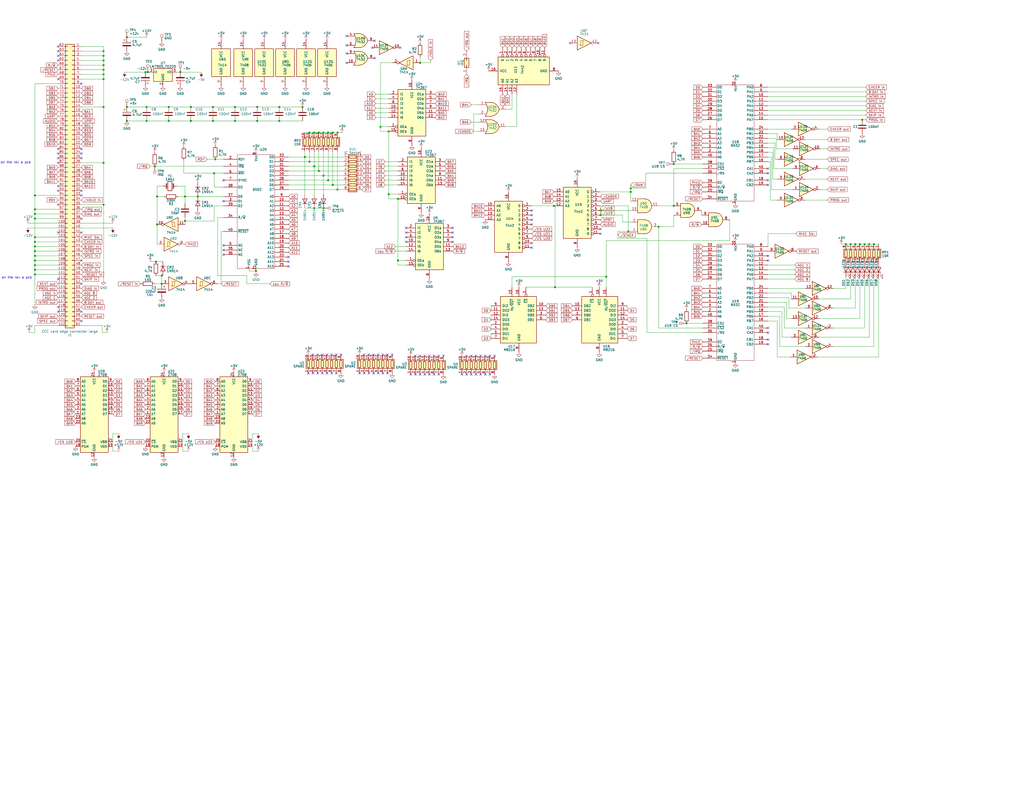
<source format=kicad_sch>
(kicad_sch (version 20230121) (generator eeschema)
  (paper "C")
  (junction (at 116.205 58.42))
  (junction (at 466.725 133.35))
  (junction (at 171.45 72.39))
  (junction (at 56.515 35.56))
  (junction (at 212.09 71.755))
  (junction (at 98.425 39.37))
  (junction (at 207.645 69.215))
  (junction (at 19.05 149.86))
  (junction (at 107.95 107.315))
  (junction (at 56.515 111.76))
  (junction (at 476.885 133.35))
  (junction (at 79.375 39.37))
  (junction (at 92.075 58.42))
  (junction (at 474.345 133.35))
  (junction (at 19.05 132.08))
  (junction (at 374.65 176.53))
  (junction (at 19.05 137.16))
  (junction (at 344.17 104.775))
  (junction (at 176.53 113.665))
  (junction (at 116.205 66.04))
  (junction (at 184.15 72.39))
  (junction (at 19.05 134.62))
  (junction (at 179.07 72.39))
  (junction (at 461.645 133.35))
  (junction (at 56.515 30.48))
  (junction (at 330.835 151.13))
  (junction (at 56.515 38.1))
  (junction (at 19.05 106.68))
  (junction (at 152.4 58.42))
  (junction (at 88.265 154.94))
  (junction (at 19.05 139.7))
  (junction (at 19.05 129.54))
  (junction (at 56.515 43.18))
  (junction (at 84.455 90.805))
  (junction (at 88.265 150.495))
  (junction (at 168.91 72.39))
  (junction (at 19.05 147.32))
  (junction (at 139.7 147.955))
  (junction (at 56.515 27.94))
  (junction (at 69.215 66.04))
  (junction (at 116.84 94.615))
  (junction (at 80.01 58.42))
  (junction (at 181.61 72.39))
  (junction (at 359.41 123.825))
  (junction (at 217.17 108.585))
  (junction (at 342.9 126.365))
  (junction (at 173.99 72.39))
  (junction (at 100.965 107.315))
  (junction (at 184.15 103.505))
  (junction (at 173.99 93.345))
  (junction (at 56.515 40.64))
  (junction (at 117.475 86.995))
  (junction (at 19.05 114.3))
  (junction (at 85.725 107.315))
  (junction (at 19.05 119.38))
  (junction (at 152.4 66.04))
  (junction (at 229.235 34.29))
  (junction (at 104.14 66.04))
  (junction (at 367.665 112.395))
  (junction (at 56.515 88.9))
  (junction (at 56.515 33.02))
  (junction (at 128.27 66.04))
  (junction (at 327.66 117.475))
  (junction (at 19.05 142.24))
  (junction (at 140.335 66.04))
  (junction (at 80.01 66.04))
  (junction (at 212.09 106.045))
  (junction (at 171.45 90.805))
  (junction (at 464.185 133.35))
  (junction (at 367.665 89.535))
  (junction (at 469.265 133.35))
  (junction (at 327.66 114.935))
  (junction (at 92.075 66.04))
  (junction (at 171.45 113.665))
  (junction (at 85.09 142.875))
  (junction (at 179.07 98.425))
  (junction (at 165.1 58.42))
  (junction (at 168.91 88.265))
  (junction (at 471.805 133.35))
  (junction (at 128.27 58.42))
  (junction (at 470.535 65.405))
  (junction (at 302.895 156.845))
  (junction (at 85.725 122.555))
  (junction (at 104.14 58.42))
  (junction (at 181.61 100.965))
  (junction (at 176.53 72.39))
  (junction (at 69.215 20.32))
  (junction (at 56.515 58.42))
  (junction (at 344.17 102.87))
  (junction (at 217.17 142.24))
  (junction (at 80.645 39.37))
  (junction (at 166.37 85.725))
  (junction (at 176.53 95.885))
  (junction (at 302.26 112.395))
  (junction (at 100.965 120.65))
  (junction (at 140.335 58.42))
  (junction (at 69.215 58.42))
  (junction (at 19.05 116.84))
  (junction (at 19.05 144.78))
  (no_connect (at 208.915 203.835))
  (no_connect (at 203.835 203.835))
  (no_connect (at 247.015 127))
  (no_connect (at 290.195 120.015))
  (no_connect (at 254.635 204.47))
  (no_connect (at 290.195 122.555))
  (no_connect (at 157.48 142.875))
  (no_connect (at 44.45 104.14))
  (no_connect (at 44.45 86.36))
  (no_connect (at 31.75 81.28))
  (no_connect (at 189.23 19.685))
  (no_connect (at 31.75 83.82))
  (no_connect (at 180.975 203.835))
  (no_connect (at 186.055 193.675))
  (no_connect (at 419.1 139.7))
  (no_connect (at 229.235 194.31))
  (no_connect (at 254.635 194.31))
  (no_connect (at 221.615 132.08))
  (no_connect (at 259.715 194.31))
  (no_connect (at 44.45 45.72))
  (no_connect (at 175.895 203.835))
  (no_connect (at 419.1 92.075))
  (no_connect (at 247.015 124.46))
  (no_connect (at 31.75 86.36))
  (no_connect (at 31.75 33.02))
  (no_connect (at 206.375 203.835))
  (no_connect (at 229.235 204.47))
  (no_connect (at 231.775 194.31))
  (no_connect (at 31.75 27.94))
  (no_connect (at 44.45 81.28))
  (no_connect (at 327.66 127.635))
  (no_connect (at 211.455 193.675))
  (no_connect (at 157.48 140.335))
  (no_connect (at 213.995 193.675))
  (no_connect (at 183.515 193.675))
  (no_connect (at 31.75 111.76))
  (no_connect (at 44.45 127))
  (no_connect (at 204.47 31.75))
  (no_connect (at 419.1 98.425))
  (no_connect (at 31.75 88.9))
  (no_connect (at 183.515 203.835))
  (no_connect (at 267.335 204.47))
  (no_connect (at 247.015 129.54))
  (no_connect (at 290.195 114.935))
  (no_connect (at 178.435 203.835))
  (no_connect (at 290.195 132.715))
  (no_connect (at 121.92 109.855))
  (no_connect (at 262.255 194.31))
  (no_connect (at 327.66 125.095))
  (no_connect (at 31.75 167.64))
  (no_connect (at 206.375 193.675))
  (no_connect (at 121.92 98.425))
  (no_connect (at 419.1 187.96))
  (no_connect (at 198.755 203.835))
  (no_connect (at 196.215 203.835))
  (no_connect (at 170.815 203.835))
  (no_connect (at 419.1 185.42))
  (no_connect (at 257.175 204.47))
  (no_connect (at 269.875 194.31))
  (no_connect (at 31.75 152.4))
  (no_connect (at 44.45 142.24))
  (no_connect (at 326.39 23.495))
  (no_connect (at 168.275 203.835))
  (no_connect (at 231.775 204.47))
  (no_connect (at 262.255 204.47))
  (no_connect (at 290.195 135.255))
  (no_connect (at 239.395 204.47))
  (no_connect (at 31.75 170.18))
  (no_connect (at 173.355 203.835))
  (no_connect (at 44.45 154.94))
  (no_connect (at 170.815 193.675))
  (no_connect (at 31.75 25.4))
  (no_connect (at 236.855 204.47))
  (no_connect (at 180.975 193.675))
  (no_connect (at 290.195 117.475))
  (no_connect (at 44.45 119.38))
  (no_connect (at 234.315 194.31))
  (no_connect (at 203.835 193.675))
  (no_connect (at 31.75 127))
  (no_connect (at 157.48 145.415))
  (no_connect (at 189.23 24.765))
  (no_connect (at 259.715 204.47))
  (no_connect (at 198.755 193.675))
  (no_connect (at 218.44 26.035))
  (no_connect (at 419.1 94.615))
  (no_connect (at 419.1 179.07))
  (no_connect (at 31.75 101.6))
  (no_connect (at 252.095 204.47))
  (no_connect (at 247.015 132.08))
  (no_connect (at 211.455 203.835))
  (no_connect (at 267.335 194.31))
  (no_connect (at 44.45 170.18))
  (no_connect (at 264.795 194.31))
  (no_connect (at 221.615 127))
  (no_connect (at 221.615 129.54))
  (no_connect (at 241.935 194.31))
  (no_connect (at 173.355 193.675))
  (no_connect (at 239.395 194.31))
  (no_connect (at 208.915 193.675))
  (no_connect (at 121.92 139.065))
  (no_connect (at 201.295 193.675))
  (no_connect (at 264.795 204.47))
  (no_connect (at 189.23 29.21))
  (no_connect (at 226.695 194.31))
  (no_connect (at 257.175 194.31))
  (no_connect (at 224.155 204.47))
  (no_connect (at 201.295 203.835))
  (no_connect (at 44.45 83.82))
  (no_connect (at 236.855 194.31))
  (no_connect (at 31.75 104.14))
  (no_connect (at 204.47 22.225))
  (no_connect (at 121.92 133.985))
  (no_connect (at 419.1 142.24))
  (no_connect (at 31.75 43.18))
  (no_connect (at 234.315 204.47))
  (no_connect (at 419.1 181.61))
  (no_connect (at 44.45 175.26))
  (no_connect (at 175.895 193.675))
  (no_connect (at 311.15 23.495))
  (no_connect (at 178.435 193.675))
  (no_connect (at 44.45 106.68))
  (no_connect (at 189.23 34.29))
  (no_connect (at 226.695 204.47))
  (no_connect (at 419.1 100.965))
  (no_connect (at 31.75 30.48))
  (no_connect (at 221.615 124.46))
  (no_connect (at 121.92 136.525))
  (no_connect (at 203.2 26.035))
  (wire (pts (xy 327.66 117.475) (xy 339.725 117.475)))
  (wire (pts (xy 19.05 132.08) (xy 19.05 134.62)))
  (wire (pts (xy 116.84 102.235) (xy 121.92 102.235)))
  (wire (pts (xy 276.225 69.215) (xy 281.94 69.215)))
  (wire (pts (xy 84.455 154.94) (xy 88.265 154.94)))
  (wire (pts (xy 176.53 72.39) (xy 179.07 72.39)))
  (wire (pts (xy 44.45 88.9) (xy 56.515 88.9)))
  (wire (pts (xy 337.185 126.365) (xy 342.9 126.365)))
  (wire (pts (xy 210.185 100.965) (xy 217.17 100.965)))
  (wire (pts (xy 422.91 78.105) (xy 419.1 78.105)))
  (wire (pts (xy 19.05 116.84) (xy 19.05 119.38)))
  (wire (pts (xy 19.05 181.61) (xy 15.875 181.61)))
  (wire (pts (xy 64.77 246.38) (xy 61.595 246.38)))
  (wire (pts (xy 342.265 172.085) (xy 342.265 174.625)))
  (wire (pts (xy 56.515 111.76) (xy 56.515 153.035)))
  (wire (pts (xy 81.915 90.805) (xy 84.455 90.805)))
  (wire (pts (xy 207.645 71.755) (xy 212.09 71.755)))
  (wire (pts (xy 337.185 126.365) (xy 337.185 130.175)))
  (wire (pts (xy 184.15 82.55) (xy 184.15 103.505)))
  (wire (pts (xy 419.1 170.18) (xy 426.72 170.18)))
  (wire (pts (xy 19.05 134.62) (xy 19.05 137.16)))
  (wire (pts (xy 367.665 89.535) (xy 383.54 89.535)))
  (wire (pts (xy 427.99 179.07) (xy 439.42 179.07)))
  (wire (pts (xy 212.09 71.755) (xy 212.09 106.045)))
  (wire (pts (xy 472.44 47.625) (xy 419.1 47.625)))
  (wire (pts (xy 44.45 30.48) (xy 56.515 30.48)))
  (wire (pts (xy 454.66 179.07) (xy 471.805 179.07)))
  (wire (pts (xy 31.75 114.3) (xy 19.05 114.3)))
  (wire (pts (xy 205.105 53.975) (xy 212.09 53.975)))
  (wire (pts (xy 287.02 156.845) (xy 302.895 156.845)))
  (wire (pts (xy 19.05 147.32) (xy 19.05 149.86)))
  (wire (pts (xy 215.9 134.62) (xy 221.615 134.62)))
  (wire (pts (xy 419.1 162.56) (xy 430.53 162.56)))
  (wire (pts (xy 234.95 33.02) (xy 234.95 34.29)))
  (wire (pts (xy 382.905 114.935) (xy 382.905 117.475)))
  (wire (pts (xy 15.24 121.92) (xy 31.75 121.92)))
  (wire (pts (xy 464.185 163.195) (xy 464.185 151.13)))
  (wire (pts (xy 419.1 157.48) (xy 439.42 157.48)))
  (wire (pts (xy 56.515 40.64) (xy 56.515 43.18)))
  (wire (pts (xy 451.485 92.075) (xy 447.675 92.075)))
  (wire (pts (xy 179.07 82.55) (xy 179.07 98.425)))
  (wire (pts (xy 424.18 194.945) (xy 431.165 194.945)))
  (wire (pts (xy 398.145 131.445) (xy 330.835 131.445)))
  (wire (pts (xy 102.87 246.38) (xy 99.695 246.38)))
  (wire (pts (xy 56.515 33.02) (xy 56.515 30.48)))
  (wire (pts (xy 383.54 179.07) (xy 359.41 179.07)))
  (wire (pts (xy 89.535 107.315) (xy 85.725 107.315)))
  (wire (pts (xy 55.88 181.61) (xy 55.88 177.8)))
  (wire (pts (xy 135.89 146.685) (xy 135.89 147.955)))
  (wire (pts (xy 421.64 97.79) (xy 424.18 97.79)))
  (wire (pts (xy 234.95 34.29) (xy 229.235 34.29)))
  (wire (pts (xy 139.7 148.59) (xy 139.7 147.955)))
  (wire (pts (xy 134.62 154.94) (xy 147.32 154.94)))
  (wire (pts (xy 171.45 90.805) (xy 171.45 106.045)))
  (wire (pts (xy 56.515 88.9) (xy 56.515 111.76)))
  (wire (pts (xy 258.445 71.755) (xy 260.985 71.755)))
  (wire (pts (xy 19.05 144.78) (xy 19.05 147.32)))
  (wire (pts (xy 344.17 100.965) (xy 344.17 102.87)))
  (wire (pts (xy 187.325 100.965) (xy 181.61 100.965)))
  (wire (pts (xy 184.15 72.39) (xy 186.69 72.39)))
  (wire (pts (xy 327.66 112.395) (xy 342.9 112.395)))
  (wire (pts (xy 140.335 66.04) (xy 152.4 66.04)))
  (wire (pts (xy 471.805 179.07) (xy 471.805 151.13)))
  (wire (pts (xy 205.105 61.595) (xy 212.09 61.595)))
  (wire (pts (xy 56.515 43.18) (xy 56.515 58.42)))
  (wire (pts (xy 430.53 168.275) (xy 439.42 168.275)))
  (wire (pts (xy 267.97 182.245) (xy 267.97 184.785)))
  (wire (pts (xy 447.04 163.195) (xy 464.185 163.195)))
  (wire (pts (xy 19.05 149.86) (xy 19.05 166.37)))
  (wire (pts (xy 470.535 65.405) (xy 419.1 65.405)))
  (wire (pts (xy 100.965 101.6) (xy 96.52 101.6)))
  (wire (pts (xy 427.99 167.64) (xy 427.99 179.07)))
  (wire (pts (xy 327.66 116.205) (xy 327.66 117.475)))
  (wire (pts (xy 422.275 80.645) (xy 419.1 80.645)))
  (wire (pts (xy 426.72 184.15) (xy 431.8 184.15)))
  (wire (pts (xy 419.1 167.64) (xy 427.99 167.64)))
  (wire (pts (xy 342.265 177.165) (xy 342.265 179.705)))
  (wire (pts (xy 466.725 133.35) (xy 464.185 133.35)))
  (wire (pts (xy 258.445 62.23) (xy 258.445 71.755)))
  (wire (pts (xy 79.375 39.37) (xy 80.645 39.37)))
  (wire (pts (xy 107.95 107.315) (xy 121.92 107.315)))
  (wire (pts (xy 44.45 124.46) (xy 61.595 124.46)))
  (wire (pts (xy 171.45 113.665) (xy 176.53 113.665)))
  (wire (pts (xy 157.48 88.265) (xy 168.91 88.265)))
  (wire (pts (xy 424.18 175.26) (xy 424.18 194.945)))
  (wire (pts (xy 420.37 88.265) (xy 420.37 109.22)))
  (wire (pts (xy 339.725 117.475) (xy 339.725 121.285)))
  (wire (pts (xy 121.92 118.745) (xy 118.745 118.745)))
  (wire (pts (xy 85.725 122.555) (xy 85.725 133.35)))
  (wire (pts (xy 55.88 177.8) (xy 44.45 177.8)))
  (wire (pts (xy 120.65 126.365) (xy 120.65 154.94)))
  (wire (pts (xy 451.485 76.2) (xy 439.42 76.2)))
  (wire (pts (xy 359.41 123.825) (xy 359.41 179.07)))
  (wire (pts (xy 100.965 107.315) (xy 100.965 101.6)))
  (wire (pts (xy 217.17 142.24) (xy 217.17 144.78)))
  (wire (pts (xy 472.44 55.245) (xy 419.1 55.245)))
  (wire (pts (xy 80.01 58.42) (xy 92.075 58.42)))
  (wire (pts (xy 100.965 120.65) (xy 116.84 120.65)))
  (wire (pts (xy 260.985 62.23) (xy 258.445 62.23)))
  (wire (pts (xy 344.17 104.775) (xy 344.17 109.855)))
  (wire (pts (xy 19.05 129.54) (xy 19.05 132.08)))
  (wire (pts (xy 422.275 80.645) (xy 422.275 92.075)))
  (wire (pts (xy 128.27 66.04) (xy 140.335 66.04)))
  (wire (pts (xy 279.4 51.435) (xy 279.4 59.69)))
  (wire (pts (xy 31.75 45.72) (xy 19.05 45.72)))
  (wire (pts (xy 31.75 139.7) (xy 19.05 139.7)))
  (wire (pts (xy 19.05 119.38) (xy 31.75 119.38)))
  (wire (pts (xy 210.185 98.425) (xy 217.17 98.425)))
  (wire (pts (xy 217.17 142.24) (xy 221.615 142.24)))
  (wire (pts (xy 19.05 181.61) (xy 19.05 177.8)))
  (wire (pts (xy 19.05 106.68) (xy 19.05 114.3)))
  (wire (pts (xy 157.48 103.505) (xy 184.15 103.505)))
  (wire (pts (xy 19.05 177.8) (xy 31.75 177.8)))
  (wire (pts (xy 44.45 121.92) (xy 61.595 121.92)))
  (wire (pts (xy 383.54 92.075) (xy 367.665 92.075)))
  (wire (pts (xy 137.795 236.855) (xy 137.795 241.3)))
  (wire (pts (xy 217.17 108.585) (xy 217.17 142.24)))
  (wire (pts (xy 134.62 150.495) (xy 134.62 154.94)))
  (wire (pts (xy 339.725 121.285) (xy 344.17 121.285)))
  (wire (pts (xy 31.75 144.78) (xy 19.05 144.78)))
  (wire (pts (xy 421.64 83.185) (xy 421.64 97.79)))
  (wire (pts (xy 327.66 104.775) (xy 344.17 104.775)))
  (wire (pts (xy 61.595 236.855) (xy 61.595 241.3)))
  (wire (pts (xy 135.89 147.955) (xy 139.7 147.955)))
  (wire (pts (xy 430.53 162.56) (xy 430.53 168.275)))
  (wire (pts (xy 128.27 58.42) (xy 140.335 58.42)))
  (wire (pts (xy 451.485 86.995) (xy 439.42 86.995)))
  (wire (pts (xy 31.75 137.16) (xy 19.05 137.16)))
  (wire (pts (xy 267.97 177.165) (xy 267.97 179.705)))
  (wire (pts (xy 476.885 133.35) (xy 474.345 133.35)))
  (wire (pts (xy 466.725 168.275) (xy 466.725 151.13)))
  (wire (pts (xy 187.325 95.885) (xy 176.53 95.885)))
  (wire (pts (xy 152.4 58.42) (xy 165.1 58.42)))
  (wire (pts (xy 104.14 58.42) (xy 116.205 58.42)))
  (wire (pts (xy 166.37 72.39) (xy 168.91 72.39)))
  (wire (pts (xy 327.66 113.665) (xy 327.66 114.935)))
  (wire (pts (xy 210.185 88.265) (xy 217.17 88.265)))
  (wire (pts (xy 454.66 168.275) (xy 466.725 168.275)))
  (wire (pts (xy 168.91 82.55) (xy 168.91 88.265)))
  (wire (pts (xy 367.665 92.075) (xy 367.665 112.395)))
  (wire (pts (xy 179.07 98.425) (xy 187.325 98.425)))
  (wire (pts (xy 166.37 85.725) (xy 166.37 106.045)))
  (wire (pts (xy 100.965 107.315) (xy 100.965 111.125)))
  (wire (pts (xy 419.1 73.025) (xy 424.18 73.025)))
  (wire (pts (xy 422.91 86.995) (xy 422.91 78.105)))
  (wire (pts (xy 157.48 98.425) (xy 179.07 98.425)))
  (wire (pts (xy 469.265 133.35) (xy 466.725 133.35)))
  (wire (pts (xy 44.45 58.42) (xy 56.515 58.42)))
  (wire (pts (xy 58.42 181.61) (xy 55.88 181.61)))
  (wire (pts (xy 85.725 101.6) (xy 85.725 107.315)))
  (wire (pts (xy 383.54 181.61) (xy 353.06 181.61)))
  (wire (pts (xy 44.45 35.56) (xy 56.515 35.56)))
  (wire (pts (xy 67.945 39.37) (xy 79.375 39.37)))
  (wire (pts (xy 454.66 189.23) (xy 476.885 189.23)))
  (wire (pts (xy 451.485 97.79) (xy 439.42 97.79)))
  (wire (pts (xy 422.275 92.075) (xy 432.435 92.075)))
  (wire (pts (xy 56.515 30.48) (xy 56.515 27.94)))
  (wire (pts (xy 81.28 39.37) (xy 80.645 39.37)))
  (wire (pts (xy 451.485 70.485) (xy 447.04 70.485)))
  (wire (pts (xy 31.75 149.86) (xy 19.05 149.86)))
  (wire (pts (xy 327.66 114.935) (xy 344.17 114.935)))
  (wire (pts (xy 461.645 133.35) (xy 459.105 133.35)))
  (wire (pts (xy 173.99 82.55) (xy 173.99 93.345)))
  (wire (pts (xy 447.04 184.15) (xy 474.345 184.15)))
  (wire (pts (xy 187.325 88.265) (xy 168.91 88.265)))
  (wire (pts (xy 330.835 131.445) (xy 330.835 151.13)))
  (wire (pts (xy 419.1 127.635) (xy 419.1 134.62)))
  (wire (pts (xy 353.06 181.61) (xy 353.06 130.175)))
  (wire (pts (xy 97.155 107.315) (xy 100.965 107.315)))
  (wire (pts (xy 85.09 142.875) (xy 88.9 142.875)))
  (wire (pts (xy 425.45 189.23) (xy 439.42 189.23)))
  (wire (pts (xy 434.34 127.635) (xy 419.1 127.635)))
  (wire (pts (xy 419.1 175.26) (xy 424.18 175.26)))
  (wire (pts (xy 472.44 50.165) (xy 419.1 50.165)))
  (wire (pts (xy 44.45 38.1) (xy 56.515 38.1)))
  (wire (pts (xy 446.405 194.945) (xy 479.425 194.945)))
  (wire (pts (xy 451.485 109.22) (xy 439.42 109.22)))
  (wire (pts (xy 212.09 108.585) (xy 217.17 108.585)))
  (wire (pts (xy 69.215 66.04) (xy 80.01 66.04)))
  (wire (pts (xy 171.45 72.39) (xy 173.99 72.39)))
  (wire (pts (xy 100.965 118.745) (xy 100.965 120.65)))
  (wire (pts (xy 433.705 144.78) (xy 419.1 144.78)))
  (wire (pts (xy 139.7 147.955) (xy 139.7 146.685)))
  (wire (pts (xy 302.895 112.395) (xy 302.26 112.395)))
  (wire (pts (xy 137.795 246.38) (xy 137.795 243.84)))
  (wire (pts (xy 419.1 70.485) (xy 431.8 70.485)))
  (wire (pts (xy 472.44 52.705) (xy 419.1 52.705)))
  (wire (pts (xy 451.485 103.505) (xy 447.675 103.505)))
  (wire (pts (xy 330.835 156.845) (xy 330.835 151.13)))
  (wire (pts (xy 99.695 246.38) (xy 99.695 243.84)))
  (wire (pts (xy 121.92 94.615) (xy 116.84 94.615)))
  (wire (pts (xy 472.44 60.325) (xy 419.1 60.325)))
  (wire (pts (xy 342.265 167.005) (xy 342.265 169.545)))
  (wire (pts (xy 80.01 66.04) (xy 92.075 66.04)))
  (wire (pts (xy 469.265 173.99) (xy 469.265 151.13)))
  (wire (pts (xy 267.97 172.085) (xy 267.97 174.625)))
  (wire (pts (xy 168.91 72.39) (xy 171.45 72.39)))
  (wire (pts (xy 179.07 72.39) (xy 181.61 72.39)))
  (wire (pts (xy 19.05 142.24) (xy 19.05 144.78)))
  (wire (pts (xy 344.17 102.87) (xy 352.425 102.87)))
  (wire (pts (xy 81.915 142.875) (xy 85.09 142.875)))
  (wire (pts (xy 157.48 90.805) (xy 171.45 90.805)))
  (wire (pts (xy 92.075 58.42) (xy 104.14 58.42)))
  (wire (pts (xy 257.175 66.675) (xy 260.985 66.675)))
  (wire (pts (xy 118.745 150.495) (xy 134.62 150.495)))
  (wire (pts (xy 44.45 33.02) (xy 56.515 33.02)))
  (wire (pts (xy 344.17 102.87) (xy 344.17 104.775)))
  (wire (pts (xy 212.09 106.045) (xy 217.17 106.045)))
  (wire (pts (xy 472.44 62.865) (xy 419.1 62.865)))
  (wire (pts (xy 152.4 66.04) (xy 165.1 66.04)))
  (wire (pts (xy 302.895 112.395) (xy 302.895 156.845)))
  (wire (pts (xy 116.84 94.615) (xy 116.84 102.235)))
  (wire (pts (xy 429.26 165.1) (xy 429.26 173.99)))
  (wire (pts (xy 187.325 90.805) (xy 171.45 90.805)))
  (wire (pts (xy 85.09 150.495) (xy 88.265 150.495)))
  (wire (pts (xy 56.515 38.1) (xy 56.515 40.64)))
  (wire (pts (xy 140.97 236.855) (xy 137.795 236.855)))
  (wire (pts (xy 19.05 114.3) (xy 19.05 116.84)))
  (wire (pts (xy 173.99 72.39) (xy 176.53 72.39)))
  (wire (pts (xy 433.705 149.86) (xy 419.1 149.86)))
  (wire (pts (xy 157.48 93.345) (xy 173.99 93.345)))
  (wire (pts (xy 56.515 38.1) (xy 56.515 35.56)))
  (wire (pts (xy 426.72 170.18) (xy 426.72 184.15)))
  (wire (pts (xy 421.64 83.185) (xy 419.1 83.185)))
  (wire (pts (xy 276.225 59.69) (xy 279.4 59.69)))
  (wire (pts (xy 19.05 119.38) (xy 19.05 129.54)))
  (wire (pts (xy 31.75 134.62) (xy 19.05 134.62)))
  (wire (pts (xy 205.105 59.055) (xy 212.09 59.055)))
  (wire (pts (xy 56.515 58.42) (xy 56.515 88.9)))
  (wire (pts (xy 44.45 43.18) (xy 56.515 43.18)))
  (wire (pts (xy 207.645 69.215) (xy 207.645 71.755)))
  (wire (pts (xy 471.805 133.35) (xy 469.265 133.35)))
  (wire (pts (xy 56.515 27.94) (xy 56.515 25.4)))
  (wire (pts (xy 19.05 139.7) (xy 19.05 142.24)))
  (wire (pts (xy 19.05 45.72) (xy 19.05 106.68)))
  (wire (pts (xy 257.175 57.15) (xy 260.985 57.15)))
  (wire (pts (xy 451.485 81.28) (xy 447.675 81.28)))
  (wire (pts (xy 181.61 82.55) (xy 181.61 100.965)))
  (wire (pts (xy 116.84 112.395) (xy 121.92 112.395)))
  (wire (pts (xy 479.425 194.945) (xy 479.425 151.13)))
  (wire (pts (xy 433.705 152.4) (xy 419.1 152.4)))
  (wire (pts (xy 205.105 51.435) (xy 212.09 51.435)))
  (wire (pts (xy 205.105 56.515) (xy 212.09 56.515)))
  (wire (pts (xy 419.1 75.565) (xy 423.545 75.565)))
  (wire (pts (xy 80.01 58.42) (xy 69.215 58.42)))
  (wire (pts (xy 210.185 95.885) (xy 217.17 95.885)))
  (wire (pts (xy 472.44 57.785) (xy 419.1 57.785)))
  (wire (pts (xy 229.235 31.115) (xy 229.235 34.29)))
  (wire (pts (xy 61.595 246.38) (xy 61.595 243.84)))
  (wire (pts (xy 210.185 90.805) (xy 217.17 90.805)))
  (wire (pts (xy 99.695 236.855) (xy 99.695 241.3)))
  (wire (pts (xy 367.665 123.825) (xy 367.665 117.475)))
  (wire (pts (xy 210.185 93.345) (xy 217.17 93.345)))
  (wire (pts (xy 118.745 118.745) (xy 118.745 150.495)))
  (wire (pts (xy 454.66 157.48) (xy 461.645 157.48)))
  (wire (pts (xy 359.41 112.395) (xy 367.665 112.395)))
  (wire (pts (xy 425.45 172.72) (xy 425.45 189.23)))
  (wire (pts (xy 104.14 66.04) (xy 116.205 66.04)))
  (wire (pts (xy 290.195 112.395) (xy 302.26 112.395)))
  (wire (pts (xy 44.45 27.94) (xy 56.515 27.94)))
  (wire (pts (xy 359.41 123.825) (xy 367.665 123.825)))
  (wire (pts (xy 121.92 126.365) (xy 120.65 126.365)))
  (wire (pts (xy 281.94 69.215) (xy 281.94 51.435)))
  (wire (pts (xy 472.44 65.405) (xy 470.535 65.405)))
  (wire (pts (xy 267.97 167.005) (xy 267.97 169.545)))
  (wire (pts (xy 176.53 95.885) (xy 176.53 106.045)))
  (wire (pts (xy 88.9 101.6) (xy 85.725 101.6)))
  (wire (pts (xy 113.03 86.995) (xy 117.475 86.995)))
  (wire (pts (xy 102.87 236.855) (xy 99.695 236.855)))
  (wire (pts (xy 187.325 103.505) (xy 184.15 103.505)))
  (wire (pts (xy 464.185 133.35) (xy 461.645 133.35)))
  (wire (pts (xy 107.95 107.315) (xy 100.965 107.315)))
  (wire (pts (xy 419.1 160.02) (xy 431.8 160.02)))
  (wire (pts (xy 337.185 130.175) (xy 353.06 130.175)))
  (wire (pts (xy 85.725 107.315) (xy 85.725 122.555)))
  (wire (pts (xy 166.37 113.665) (xy 171.45 113.665)))
  (wire (pts (xy 19.05 116.84) (xy 31.75 116.84)))
  (wire (pts (xy 279.4 151.13) (xy 330.835 151.13)))
  (wire (pts (xy 100.33 87.63) (xy 100.33 94.615)))
  (wire (pts (xy 176.53 82.55) (xy 176.53 95.885)))
  (wire (pts (xy 352.425 94.615) (xy 352.425 102.87)))
  (wire (pts (xy 116.84 94.615) (xy 100.33 94.615)))
  (wire (pts (xy 421.005 85.725) (xy 421.005 103.505)))
  (wire (pts (xy 31.75 132.08) (xy 19.05 132.08)))
  (wire (pts (xy 116.205 58.42) (xy 128.27 58.42)))
  (wire (pts (xy 424.18 76.2) (xy 424.18 73.025)))
  (wire (pts (xy 342.9 126.365) (xy 342.9 112.395)))
  (wire (pts (xy 474.345 184.15) (xy 474.345 151.13)))
  (wire (pts (xy 140.335 58.42) (xy 152.4 58.42)))
  (wire (pts (xy 157.48 95.885) (xy 176.53 95.885)))
  (wire (pts (xy 431.8 160.02) (xy 431.8 163.195)))
  (wire (pts (xy 419.1 165.1) (xy 429.26 165.1)))
  (wire (pts (xy 212.09 106.045) (xy 212.09 108.585)))
  (wire (pts (xy 461.645 157.48) (xy 461.645 151.13)))
  (wire (pts (xy 447.04 173.99) (xy 469.265 173.99)))
  (wire (pts (xy 173.99 93.345) (xy 187.325 93.345)))
  (wire (pts (xy 31.75 147.32) (xy 19.05 147.32)))
  (wire (pts (xy 398.145 120.015) (xy 398.145 131.445)))
  (wire (pts (xy 44.45 25.4) (xy 56.515 25.4)))
  (wire (pts (xy 421.005 85.725) (xy 419.1 85.725)))
  (wire (pts (xy 207.645 34.29) (xy 207.645 69.215)))
  (wire (pts (xy 474.345 133.35) (xy 471.805 133.35)))
  (wire (pts (xy 15.24 124.46) (xy 31.75 124.46)))
  (wire (pts (xy 433.705 147.32) (xy 419.1 147.32)))
  (wire (pts (xy 98.425 39.37) (xy 96.52 39.37)))
  (wire (pts (xy 479.425 133.35) (xy 476.885 133.35)))
  (wire (pts (xy 420.37 88.265) (xy 419.1 88.265)))
  (wire (pts (xy 213.995 34.29) (xy 207.645 34.29)))
  (wire (pts (xy 109.855 39.37) (xy 98.425 39.37)))
  (wire (pts (xy 429.26 173.99) (xy 431.8 173.99)))
  (wire (pts (xy 383.54 94.615) (xy 352.425 94.615)))
  (wire (pts (xy 476.885 189.23) (xy 476.885 151.13)))
  (wire (pts (xy 116.205 66.04) (xy 128.27 66.04)))
  (wire (pts (xy 56.515 35.56) (xy 56.515 33.02)))
  (wire (pts (xy 157.48 100.965) (xy 181.61 100.965)))
  (wire (pts (xy 69.215 20.32) (xy 80.01 20.32)))
  (wire (pts (xy 423.545 81.28) (xy 432.435 81.28)))
  (wire (pts (xy 44.45 40.64) (xy 56.515 40.64)))
  (wire (pts (xy 88.265 150.495) (xy 88.265 154.94)))
  (wire (pts (xy 420.37 109.22) (xy 424.18 109.22)))
  (wire (pts (xy 64.77 236.855) (xy 61.595 236.855)))
  (wire (pts (xy 215.9 137.16) (xy 221.615 137.16)))
  (wire (pts (xy 100.965 122.555) (xy 100.965 120.65)))
  (wire (pts (xy 302.895 156.845) (xy 323.215 156.845)))
  (wire (pts (xy 166.37 82.55) (xy 166.37 85.725)))
  (wire (pts (xy 84.455 90.805) (xy 121.92 90.805)))
  (wire (pts (xy 157.48 85.725) (xy 166.37 85.725)))
  (wire (pts (xy 19.05 137.16) (xy 19.05 139.7)))
  (wire (pts (xy 171.45 82.55) (xy 171.45 90.805)))
  (wire (pts (xy 423.545 75.565) (xy 423.545 81.28)))
  (wire (pts (xy 44.45 111.76) (xy 56.515 111.76)))
  (wire (pts (xy 92.075 66.04) (xy 104.14 66.04)))
  (wire (pts (xy 19.05 142.24) (xy 31.75 142.24)))
  (wire (pts (xy 140.97 246.38) (xy 137.795 246.38)))
  (wire (pts (xy 88.265 150.495) (xy 88.9 150.495)))
  (wire (pts (xy 342.265 182.245) (xy 342.265 184.785)))
  (wire (pts (xy 116.84 120.65) (xy 116.84 112.395)))
  (wire (pts (xy 117.475 86.995) (xy 121.92 86.995)))
  (wire (pts (xy 187.325 85.725) (xy 166.37 85.725)))
  (wire (pts (xy 217.17 144.78) (xy 221.615 144.78)))
  (wire (pts (xy 279.4 151.13) (xy 279.4 156.845)))
  (wire (pts (xy 207.645 69.215) (xy 212.09 69.215)))
  (wire (pts (xy 31.75 106.68) (xy 19.05 106.68)))
  (wire (pts (xy 419.1 172.72) (xy 425.45 172.72)))
  (wire (pts (xy 421.005 103.505) (xy 432.435 103.505)))
  (wire (pts (xy 342.9 126.365) (xy 344.17 126.365)))
  (wire (pts (xy 19.05 129.54) (xy 31.75 129.54)))
  (wire (pts (xy 422.91 86.995) (xy 424.18 86.995)))
  (wire (pts (xy 120.65 154.94) (xy 118.745 154.94)))
  (wire (pts (xy 374.65 176.53) (xy 383.54 176.53)))
  (wire (pts (xy 205.105 64.135) (xy 212.09 64.135)))
  (wire (pts (xy 181.61 72.39) (xy 184.15 72.39)))
  (text "112 grounded on rev a schematic, not grounded on the rev a pcb" (at -47.625 152.4 0) (effects (font (size 1.27 1.27)) (justify left bottom)))
  (text "87 grounded on rev a schematic, not grounded on the rev a pcb" (at -46.99 89.535 0) (effects (font (size 1.27 1.27)) (justify left bottom)))
  (text "16v" (at 80.01 161.925 0) (effects (font (size 1.27 1.27)) (justify left bottom)))
  (global_label "D2" (shape input) (at 197.485 90.805 0) (property "Intersheetrefs" "${INTERSHEET_REFS}" (effects hide)))
  (global_label "BA1" (shape input) (at 383.54 160.02 180) (property "Intersheetrefs" "${INTERSHEET_REFS}" (effects hide)))
  (global_label "D1" (shape input) (at 197.485 88.265 0) (property "Intersheetrefs" "${INTERSHEET_REFS}" (effects hide)))
  (global_label "A8" (shape input) (at 210.185 100.965 180) (property "Intersheetrefs" "${INTERSHEET_REFS}" (effects hide)))
  (global_label "D3" (shape input) (at 137.795 215.9 0) (property "Intersheetrefs" "${INTERSHEET_REFS}" (effects hide)))
  (global_label "{slash}RESET in" (shape input) (at 44.45 149.86 0) (property "Intersheetrefs" "${INTERSHEET_REFS}" (effects hide)))
  (global_label "BA5" (shape input) (at 31.75 91.44 180) (property "Intersheetrefs" "${INTERSHEET_REFS}" (effects hide)))
  (global_label "PHI2" (shape input) (at 31.75 40.64 180) (property "Intersheetrefs" "${INTERSHEET_REFS}" (effects hide)))
  (global_label "AGC 8" (shape input) (at 44.45 160.02 0) (property "Intersheetrefs" "${INTERSHEET_REFS}" (effects hide)))
  (global_label "A7" (shape input) (at 157.48 125.095 0) (property "Intersheetrefs" "${INTERSHEET_REFS}" (effects hide)))
  (global_label "BS3" (shape input) (at 279.4 26.035 90) (property "Intersheetrefs" "${INTERSHEET_REFS}" (effects hide)))
  (global_label "BA4" (shape input) (at 79.375 218.44 180) (property "Intersheetrefs" "${INTERSHEET_REFS}" (effects hide)))
  (global_label "INTRO in" (shape input) (at 472.44 52.705 0) (property "Intersheetrefs" "${INTERSHEET_REFS}" (effects hide)))
  (global_label "DB0" (shape input) (at 297.815 167.005 0) (property "Intersheetrefs" "${INTERSHEET_REFS}" (effects hide)))
  (global_label "D5" (shape input) (at 99.695 220.98 0) (property "Intersheetrefs" "${INTERSHEET_REFS}" (effects hide)))
  (global_label "{slash}IRQ" (shape input) (at 81.915 90.805 180) (property "Intersheetrefs" "${INTERSHEET_REFS}" (effects hide)))
  (global_label "DB6" (shape input) (at 44.45 55.88 0) (property "Intersheetrefs" "${INTERSHEET_REFS}" (effects hide)))
  (global_label "BA5" (shape input) (at 117.475 220.98 180) (property "Intersheetrefs" "${INTERSHEET_REFS}" (effects hide)))
  (global_label "D0" (shape input) (at 383.54 47.625 180) (property "Intersheetrefs" "${INTERSHEET_REFS}" (effects hide)))
  (global_label "BA5" (shape input) (at 242.57 93.345 0) (property "Intersheetrefs" "${INTERSHEET_REFS}" (effects hide)))
  (global_label "A7" (shape input) (at 210.185 88.265 180) (property "Intersheetrefs" "${INTERSHEET_REFS}" (effects hide)))
  (global_label "SPEC out" (shape input) (at 451.485 86.995 0) (property "Intersheetrefs" "${INTERSHEET_REFS}" (effects hide)))
  (global_label "DB4" (shape input) (at 44.45 53.34 0) (property "Intersheetrefs" "${INTERSHEET_REFS}" (effects hide)))
  (global_label "D5" (shape input) (at 383.54 60.325 180) (property "Intersheetrefs" "${INTERSHEET_REFS}" (effects hide)))
  (global_label "NEXT out" (shape input) (at 31.75 154.94 180) (property "Intersheetrefs" "${INTERSHEET_REFS}" (effects hide)))
  (global_label "D6" (shape input) (at 137.795 223.52 0) (property "Intersheetrefs" "${INTERSHEET_REFS}" (effects hide)))
  (global_label "BS5" (shape input) (at 44.45 73.66 0) (property "Intersheetrefs" "${INTERSHEET_REFS}" (effects hide)))
  (global_label "BA4" (shape input) (at 257.175 57.15 180) (property "Intersheetrefs" "${INTERSHEET_REFS}" (effects hide)))
  (global_label "CHEER out" (shape input) (at 451.485 70.485 0) (property "Intersheetrefs" "${INTERSHEET_REFS}" (effects hide)))
  (global_label "{slash}HOLD in" (shape input) (at 44.45 109.22 0) (property "Intersheetrefs" "${INTERSHEET_REFS}" (effects hide)))
  (global_label "BS8" (shape input) (at 292.1 26.035 90) (property "Intersheetrefs" "${INTERSHEET_REFS}" (effects hide)))
  (global_label "BA9" (shape input) (at 31.75 96.52 180) (property "Intersheetrefs" "${INTERSHEET_REFS}" (effects hide)))
  (global_label "BA5" (shape input) (at 383.54 83.185 180) (property "Intersheetrefs" "${INTERSHEET_REFS}" (effects hide)))
  (global_label "BA3" (shape input) (at 383.54 78.105 180) (property "Intersheetrefs" "${INTERSHEET_REFS}" (effects hide)))
  (global_label "BA10" (shape input) (at 264.795 112.395 180) (property "Intersheetrefs" "${INTERSHEET_REFS}" (effects hide)))
  (global_label "D0" (shape input) (at 383.54 134.62 180) (property "Intersheetrefs" "${INTERSHEET_REFS}" (effects hide)))
  (global_label "A4" (shape input) (at 210.185 95.885 180) (property "Intersheetrefs" "${INTERSHEET_REFS}" (effects hide)))
  (global_label "A3" (shape input) (at 205.105 51.435 180) (property "Intersheetrefs" "${INTERSHEET_REFS}" (effects hide)))
  (global_label "BA2" (shape input) (at 237.49 64.135 0) (property "Intersheetrefs" "${INTERSHEET_REFS}" (effects hide)))
  (global_label "BA3" (shape input) (at 237.49 51.435 0) (property "Intersheetrefs" "${INTERSHEET_REFS}" (effects hide)))
  (global_label "BA0" (shape input) (at 41.275 208.28 180) (property "Intersheetrefs" "${INTERSHEET_REFS}" (effects hide)))
  (global_label "cpu R{slash}~{W}" (shape input) (at 215.9 137.16 180) (property "Intersheetrefs" "${INTERSHEET_REFS}" (effects hide)))
  (global_label "D5" (shape input) (at 383.54 147.32 180) (property "Intersheetrefs" "${INTERSHEET_REFS}" (effects hide)))
  (global_label "SKIP out" (shape input) (at 31.75 172.72 180) (property "Intersheetrefs" "${INTERSHEET_REFS}" (effects hide)))
  (global_label "A1" (shape input) (at 157.48 109.855 0) (property "Intersheetrefs" "${INTERSHEET_REFS}" (effects hide)))
  (global_label "{slash}CS U22" (shape input) (at 117.475 241.3 180) (property "Intersheetrefs" "${INTERSHEET_REFS}" (effects hide)))
  (global_label "D5" (shape input) (at 137.795 220.98 0) (property "Intersheetrefs" "${INTERSHEET_REFS}" (effects hide)))
  (global_label "D1" (shape input) (at 137.795 210.82 0) (property "Intersheetrefs" "${INTERSHEET_REFS}" (effects hide)))
  (global_label "SKIP out" (shape input) (at 451.485 103.505 0) (property "Intersheetrefs" "${INTERSHEET_REFS}" (effects hide)))
  (global_label "BA4" (shape input) (at 383.54 167.64 180) (property "Intersheetrefs" "${INTERSHEET_REFS}" (effects hide)))
  (global_label "A12" (shape input) (at 157.48 137.795 0) (property "Intersheetrefs" "${INTERSHEET_REFS}" (effects hide)))
  (global_label "B'DAY in" (shape input) (at 472.44 50.165 0) (property "Intersheetrefs" "${INTERSHEET_REFS}" (effects hide)))
  (global_label "D0" (shape input) (at 137.795 208.28 0) (property "Intersheetrefs" "${INTERSHEET_REFS}" (effects hide)))
  (global_label "BA0" (shape input) (at 31.75 58.42 180) (property "Intersheetrefs" "${INTERSHEET_REFS}" (effects hide)))
  (global_label "BA10" (shape input) (at 237.49 56.515 0) (property "Intersheetrefs" "${INTERSHEET_REFS}" (effects hide)))
  (global_label "D0" (shape input) (at 197.485 85.725 0) (property "Intersheetrefs" "${INTERSHEET_REFS}" (effects hide)))
  (global_label "D2" (shape input) (at 99.695 213.36 0) (property "Intersheetrefs" "${INTERSHEET_REFS}" (effects hide)))
  (global_label "D5" (shape input) (at 61.595 220.98 0) (property "Intersheetrefs" "${INTERSHEET_REFS}" (effects hide)))
  (global_label "D4" (shape input) (at 137.795 218.44 0) (property "Intersheetrefs" "${INTERSHEET_REFS}" (effects hide)))
  (global_label "D3" (shape input) (at 383.54 142.24 180) (property "Intersheetrefs" "${INTERSHEET_REFS}" (effects hide)))
  (global_label "D0" (shape input) (at 267.97 169.545 180) (property "Intersheetrefs" "${INTERSHEET_REFS}" (effects hide)))
  (global_label "BS8" (shape input) (at 31.75 76.2 180) (property "Intersheetrefs" "${INTERSHEET_REFS}" (effects hide)))
  (global_label "BA6" (shape input) (at 383.54 172.72 180) (property "Intersheetrefs" "${INTERSHEET_REFS}" (effects hide)))
  (global_label "BA2" (shape input) (at 79.375 213.36 180) (property "Intersheetrefs" "${INTERSHEET_REFS}" (effects hide)))
  (global_label "BA0" (shape input) (at 79.375 208.28 180) (property "Intersheetrefs" "${INTERSHEET_REFS}" (effects hide)))
  (global_label "BS7" (shape input) (at 44.45 76.2 0) (property "Intersheetrefs" "${INTERSHEET_REFS}" (effects hide)))
  (global_label "BA12" (shape input) (at 264.795 117.475 180) (property "Intersheetrefs" "${INTERSHEET_REFS}" (effects hide)))
  (global_label "NEXT in" (shape input) (at 472.44 60.325 0) (property "Intersheetrefs" "${INTERSHEET_REFS}" (effects hide)))
  (global_label "BA3" (shape input) (at 79.375 215.9 180) (property "Intersheetrefs" "${INTERSHEET_REFS}" (effects hide)))
  (global_label "D6" (shape input) (at 383.54 149.86 180) (property "Intersheetrefs" "${INTERSHEET_REFS}" (effects hide)))
  (global_label "BS6" (shape input) (at 31.75 73.66 180) (property "Intersheetrefs" "${INTERSHEET_REFS}" (effects hide)))
  (global_label "A2" (shape input) (at 205.105 64.135 180) (property "Intersheetrefs" "${INTERSHEET_REFS}" (effects hide)))
  (global_label "BS9" (shape input) (at 294.64 26.035 90) (property "Intersheetrefs" "${INTERSHEET_REFS}" (effects hide)))
  (global_label "BA6" (shape input) (at 383.54 85.725 180) (property "Intersheetrefs" "${INTERSHEET_REFS}" (effects hide)))
  (global_label "A1" (shape input) (at 205.105 53.975 180) (property "Intersheetrefs" "${INTERSHEET_REFS}" (effects hide)))
  (global_label "BA5" (shape input) (at 79.375 220.98 180) (property "Intersheetrefs" "${INTERSHEET_REFS}" (effects hide)))
  (global_label "BA3" (shape input) (at 383.54 165.1 180) (property "Intersheetrefs" "${INTERSHEET_REFS}" (effects hide)))
  (global_label "BA11" (shape input) (at 237.49 59.055 0) (property "Intersheetrefs" "${INTERSHEET_REFS}" (effects hide)))
  (global_label "cpu R{slash}~{W}" (shape input) (at 147.32 154.94 0) (property "Intersheetrefs" "${INTERSHEET_REFS}" (effects hide)))
  (global_label "BA2" (shape input) (at 383.54 75.565 180) (property "Intersheetrefs" "${INTERSHEET_REFS}" (effects hide)))
  (global_label "D6" (shape input) (at 197.485 100.965 0) (property "Intersheetrefs" "${INTERSHEET_REFS}" (effects hide)))
  (global_label "{slash}HOLD in" (shape input) (at 234.95 33.02 90) (property "Intersheetrefs" "${INTERSHEET_REFS}" (effects hide)))
  (global_label "BA4" (shape input) (at 117.475 218.44 180) (property "Intersheetrefs" "${INTERSHEET_REFS}" (effects hide)))
  (global_label "CHEER in" (shape input) (at 472.44 47.625 0) (property "Intersheetrefs" "${INTERSHEET_REFS}" (effects hide)))
  (global_label "{slash}CS U20" (shape input) (at 41.275 241.3 180) (property "Intersheetrefs" "${INTERSHEET_REFS}" (effects hide)))
  (global_label "DIAG out" (shape input) (at 44.45 116.84 0) (property "Intersheetrefs" "${INTERSHEET_REFS}" (effects hide)))
  (global_label "{slash}RESET" (shape input) (at 120.65 154.94 0) (property "Intersheetrefs" "${INTERSHEET_REFS}" (effects hide)))
  (global_label "DIAG out" (shape input) (at 451.485 92.075 0) (property "Intersheetrefs" "${INTERSHEET_REFS}" (effects hide)))
  (global_label "{slash}RESET" (shape input) (at 31.75 38.1 180) (property "Intersheetrefs" "${INTERSHEET_REFS}" (effects hide)))
  (global_label "DB3" (shape input) (at 297.815 174.625 0) (property "Intersheetrefs" "${INTERSHEET_REFS}" (effects hide)))
  (global_label "{slash}CS U21" (shape input) (at 290.195 127.635 0) (property "Intersheetrefs" "${INTERSHEET_REFS}" (effects hide)))
  (global_label "PHI2" (shape input) (at 383.54 99.695 180) (property "Intersheetrefs" "${INTERSHEET_REFS}" (effects hide)))
  (global_label "B'DAY out" (shape input) (at 44.45 165.1 0) (property "Intersheetrefs" "${INTERSHEET_REFS}" (effects hide)))
  (global_label "MIKE SW." (shape input) (at 44.45 129.54 0) (property "Intersheetrefs" "${INTERSHEET_REFS}" (effects hide)))
  (global_label "BA9" (shape input) (at 41.275 231.14 180) (property "Intersheetrefs" "${INTERSHEET_REFS}" (effects hide)))
  (global_label "D2" (shape input) (at 383.54 52.705 180) (property "Intersheetrefs" "${INTERSHEET_REFS}" (effects hide)))
  (global_label "BA8" (shape input) (at 41.275 228.6 180) (property "Intersheetrefs" "${INTERSHEET_REFS}" (effects hide)))
  (global_label "DIAG in" (shape input) (at 44.45 157.48 0) (property "Intersheetrefs" "${INTERSHEET_REFS}" (effects hide)))
  (global_label "{slash}CS U22" (shape input) (at 290.195 125.095 0) (property "Intersheetrefs" "${INTERSHEET_REFS}" (effects hide)))
  (global_label "D2" (shape input) (at 383.54 139.7 180) (property "Intersheetrefs" "${INTERSHEET_REFS}" (effects hide)))
  (global_label "{slash}CS U21" (shape input) (at 79.375 241.3 180) (property "Intersheetrefs" "${INTERSHEET_REFS}" (effects hide)))
  (global_label "BS9" (shape input) (at 44.45 78.74 0) (property "Intersheetrefs" "${INTERSHEET_REFS}" (effects hide)))
  (global_label "DB5" (shape input) (at 31.75 53.34 180) (property "Intersheetrefs" "${INTERSHEET_REFS}" (effects hide)))
  (global_label "D7" (shape input) (at 383.54 65.405 180) (property "Intersheetrefs" "${INTERSHEET_REFS}" (effects hide)))
  (global_label "BS4" (shape input) (at 31.75 71.12 180) (property "Intersheetrefs" "${INTERSHEET_REFS}" (effects hide)))
  (global_label "BS1" (shape input) (at 274.32 26.035 90) (property "Intersheetrefs" "${INTERSHEET_REFS}" (effects hide)))
  (global_label "AGC 2" (shape input) (at 44.45 162.56 0) (property "Intersheetrefs" "${INTERSHEET_REFS}" (effects hide)))
  (global_label "D1" (shape input) (at 383.54 50.165 180) (property "Intersheetrefs" "${INTERSHEET_REFS}" (effects hide)))
  (global_label "D7" (shape input) (at 61.595 226.06 0) (property "Intersheetrefs" "${INTERSHEET_REFS}" (effects hide)))
  (global_label "AGC 1" (shape input) (at 31.75 162.56 180) (property "Intersheetrefs" "${INTERSHEET_REFS}" (effects hide)))
  (global_label "{slash}RAM" (shape input) (at 344.17 100.965 0) (property "Intersheetrefs" "${INTERSHEET_REFS}" (effects hide)))
  (global_label "{slash}IRQ" (shape input) (at 254.635 40.64 270) (property "Intersheetrefs" "${INTERSHEET_REFS}" (effects hide)))
  (global_label "BA4" (shape input) (at 383.54 80.645 180) (property "Intersheetrefs" "${INTERSHEET_REFS}" (effects hide)))
  (global_label "BA7" (shape input) (at 31.75 93.98 180) (property "Intersheetrefs" "${INTERSHEET_REFS}" (effects hide)))
  (global_label "SPEC in" (shape input) (at 472.44 55.245 0) (property "Intersheetrefs" "${INTERSHEET_REFS}" (effects hide)))
  (global_label "DB4" (shape input) (at 312.42 167.005 180) (property "Intersheetrefs" "${INTERSHEET_REFS}" (effects hide)))
  (global_label "BS6" (shape input) (at 287.02 26.035 90) (property "Intersheetrefs" "${INTERSHEET_REFS}" (effects hide)))
  (global_label "{slash}U18" (shape input) (at 327.66 113.665 0) (property "Intersheetrefs" "${INTERSHEET_REFS}" (effects hide)))
  (global_label "PROG in" (shape input) (at 472.44 65.405 0) (property "Intersheetrefs" "${INTERSHEET_REFS}" (effects hide)))
  (global_label "INTRO out" (shape input) (at 31.75 165.1 180) (property "Intersheetrefs" "${INTERSHEET_REFS}" (effects hide)))
  (global_label "BA9" (shape input) (at 302.26 109.855 180) (property "Intersheetrefs" "${INTERSHEET_REFS}" (effects hide)))
  (global_label "D4" (shape input) (at 383.54 57.785 180) (property "Intersheetrefs" "${INTERSHEET_REFS}" (effects hide)))
  (global_label "{slash}IRQ out" (shape input) (at 44.45 114.3 0) (property "Intersheetrefs" "${INTERSHEET_REFS}" (effects hide)))
  (global_label "BA7" (shape input) (at 41.275 226.06 180) (property "Intersheetrefs" "${INTERSHEET_REFS}" (effects hide)))
  (global_label "A8" (shape input) (at 157.48 127.635 0) (property "Intersheetrefs" "${INTERSHEET_REFS}" (effects hide)))
  (global_label "D7" (shape input) (at 137.795 226.06 0) (property "Intersheetrefs" "${INTERSHEET_REFS}" (effects hide)))
  (global_label "PHI2" (shape input) (at 100.965 133.35 0) (property "Intersheetrefs" "${INTERSHEET_REFS}" (effects hide)))
  (global_label "AGC 8" (shape input) (at 433.705 152.4 0) (property "Intersheetrefs" "${INTERSHEET_REFS}" (effects hide)))
  (global_label "BA5" (shape input) (at 383.54 170.18 180) (property "Intersheetrefs" "${INTERSHEET_REFS}" (effects hide)))
  (global_label "BA2" (shape input) (at 31.75 60.96 180) (property "Intersheetrefs" "${INTERSHEET_REFS}" (effects hide)))
  (global_label "D1" (shape input) (at 267.97 174.625 180) (property "Intersheetrefs" "${INTERSHEET_REFS}" (effects hide)))
  (global_label "BA0" (shape input) (at 383.54 157.48 180) (property "Intersheetrefs" "${INTERSHEET_REFS}" (effects hide)))
  (global_label "BS5" (shape input) (at 284.48 26.035 90) (property "Intersheetrefs" "${INTERSHEET_REFS}" (effects hide)))
  (global_label "DB7" (shape input) (at 31.75 55.88 180) (property "Intersheetrefs" "${INTERSHEET_REFS}" (effects hide)))
  (global_label "{slash}RESET" (shape input) (at 383.54 108.585 180) (property "Intersheetrefs" "${INTERSHEET_REFS}" (effects hide)))
  (global_label "BS3" (shape input) (at 44.45 71.12 0) (property "Intersheetrefs" "${INTERSHEET_REFS}" (effects hide)))
  (global_label "PHI2" (shape input) (at 383.54 186.69 180) (property "Intersheetrefs" "${INTERSHEET_REFS}" (effects hide)))
  (global_label "PROG in" (shape input) (at 44.45 144.78 0) (property "Intersheetrefs" "${INTERSHEET_REFS}" (effects hide)))
  (global_label "RESET out" (shape input) (at 44.45 172.72 0) (property "Intersheetrefs" "${INTERSHEET_REFS}" (effects hide)))
  (global_label "INTRO out" (shape input) (at 451.485 81.28 0) (property "Intersheetrefs" "${INTERSHEET_REFS}" (effects hide)))
  (global_label "D0" (shape input) (at 61.595 208.28 0) (property "Intersheetrefs" "${INTERSHEET_REFS}" (effects hide)))
  (global_label "BA9" (shape input) (at 242.57 98.425 0) (property "Intersheetrefs" "${INTERSHEET_REFS}" (effects hide)))
  (global_label "CHEER in" (shape input) (at 44.45 132.08 0) (property "Intersheetrefs" "${INTERSHEET_REFS}" (effects hide)))
  (global_label "D7" (shape input) (at 99.695 226.06 0) (property "Intersheetrefs" "${INTERSHEET_REFS}" (effects hide)))
  (global_label "AGC 1" (shape input) (at 433.705 144.78 0) (property "Intersheetrefs" "${INTERSHEET_REFS}" (effects hide)))
  (global_label "BA2" (shape input) (at 383.54 162.56 180) (property "Intersheetrefs" "${INTERSHEET_REFS}" (effects hide)))
  (global_label "A6" (shape input) (at 157.48 122.555 0) (property "Intersheetrefs" "${INTERSHEET_REFS}" (effects hide)))
  (global_label "D1" (shape input) (at 61.595 210.82 0) (property "Intersheetrefs" "${INTERSHEET_REFS}" (effects hide)))
  (global_label "{slash}RESET" (shape input) (at 383.54 195.58 180) (property "Intersheetrefs" "${INTERSHEET_REFS}" (effects hide)))
  (global_label "BA8" (shape input) (at 79.375 228.6 180) (property "Intersheetrefs" "${INTERSHEET_REFS}" (effects hide)))
  (global_label "BA9" (shape input) (at 117.475 231.14 180) (property "Intersheetrefs" "${INTERSHEET_REFS}" (effects hide)))
  (global_label "D4" (shape input) (at 197.485 95.885 0) (property "Intersheetrefs" "${INTERSHEET_REFS}" (effects hide)))
  (global_label "R{slash}~{W}" (shape input) (at 383.54 189.23 180) (property "Intersheetrefs" "${INTERSHEET_REFS}" (effects hide)))
  (global_label "BS10" (shape input) (at 31.75 78.74 180) (property "Intersheetrefs" "${INTERSHEET_REFS}" (effects hide)))
  (global_label "AGC 4" (shape input) (at 433.705 149.86 0) (property "Intersheetrefs" "${INTERSHEET_REFS}" (effects hide)))
  (global_label "D2" (shape input) (at 267.97 179.705 180) (property "Intersheetrefs" "${INTERSHEET_REFS}" (effects hide)))
  (global_label "BA8" (shape input) (at 302.26 107.315 180) (property "Intersheetrefs" "${INTERSHEET_REFS}" (effects hide)))
  (global_label "SPEC in" (shape input) (at 44.45 139.7 0) (property "Intersheetrefs" "${INTERSHEET_REFS}" (effects hide)))
  (global_label "BA3" (shape input) (at 117.475 215.9 180) (property "Intersheetrefs" "${INTERSHEET_REFS}" (effects hide)))
  (global_label "D3" (shape input) (at 197.485 93.345 0) (property "Intersheetrefs" "${INTERSHEET_REFS}" (effects hide)))
  (global_label "BA0" (shape input) (at 237.49 61.595 0) (property "Intersheetrefs" "${INTERSHEET_REFS}" (effects hide)))
  (global_label "INTRO in" (shape input) (at 44.45 137.16 0) (property "Intersheetrefs" "${INTERSHEET_REFS}" (effects hide)))
  (global_label "D5" (shape input) (at 197.485 98.425 0) (property "Intersheetrefs" "${INTERSHEET_REFS}" (effects hide)))
  (global_label "A9" (shape input) (at 157.48 130.175 0) (property "Intersheetrefs" "${INTERSHEET_REFS}" (effects hide)))
  (global_label "CHEER out" (shape input) (at 44.45 167.64 0) (property "Intersheetrefs" "${INTERSHEET_REFS}" (effects hide)))
  (global_label "{slash}IRQ" (shape input) (at 383.54 104.775 180) (property "Intersheetrefs" "${INTERSHEET_REFS}" (effects hide)))
  (global_label "BA5" (shape input) (at 257.175 66.675 180) (property "Intersheetrefs" "${INTERSHEET_REFS}" (effects hide)))
  (global_label "BA7" (shape input) (at 302.26 104.775 180) (property "Intersheetrefs" "${INTERSHEET_REFS}" (effects hide)))
  (global_label "D2" (shape input) (at 61.595 213.36 0) (property "Intersheetrefs" "${INTERSHEET_REFS}" (effects hide)))
  (global_label "D6" (shape input) (at 99.695 223.52 0) (property "Intersheetrefs" "${INTERSHEET_REFS}" (effects hide)))
  (global_label "D4" (shape input) (at 61.595 218.44 0) (property "Intersheetrefs" "${INTERSHEET_REFS}" (effects hide)))
  (global_label "A10" (shape input) (at 157.48 132.715 0) (property "Intersheetrefs" "${INTERSHEET_REFS}" (effects hide)))
  (global_label "R{slash}~{W}" (shape input) (at 383.54 102.235 180) (property "Intersheetrefs" "${INTERSHEET_REFS}" (effects hide)))
  (global_label "AUDIO" (shape input) (at 31.75 66.04 180) (property "Intersheetrefs" "${INTERSHEET_REFS}" (effects hide)))
  (global_label "BA9" (shape input) (at 79.375 231.14 180) (property "Intersheetrefs" "${INTERSHEET_REFS}" (effects hide)))
  (global_label "BA3" (shape input) (at 44.45 63.5 0) (property "Intersheetrefs" "${INTERSHEET_REFS}" (effects hide)))
  (global_label "A10" (shape input) (at 205.105 56.515 180) (property "Intersheetrefs" "${INTERSHEET_REFS}" (effects hide)))
  (global_label "BA6" (shape input) (at 117.475 223.52 180) (property "Intersheetrefs" "${INTERSHEET_REFS}" (effects hide)))
  (global_label "MIKE SW." (shape input) (at 434.34 127.635 0) (property "Intersheetrefs" "${INTERSHEET_REFS}" (effects hide)))
  (global_label "AGC 4" (shape input) (at 31.75 160.02 180) (property "Intersheetrefs" "${INTERSHEET_REFS}" (effects hide)))
  (global_label "BA6" (shape input) (at 242.57 90.805 0) (property "Intersheetrefs" "${INTERSHEET_REFS}" (effects hide)))
  (global_label "BA3" (shape input) (at 276.86 51.435 270) (property "Intersheetrefs" "${INTERSHEET_REFS}" (effects hide)))
  (global_label "BS7" (shape input) (at 289.56 26.035 90) (property "Intersheetrefs" "${INTERSHEET_REFS}" (effects hide)))
  (global_label "BA11" (shape input) (at 31.75 99.06 180) (property "Intersheetrefs" "${INTERSHEET_REFS}" (effects hide)))
  (global_label "{slash}STACK" (shape input) (at 337.185 128.27 0) (property "Intersheetrefs" "${INTERSHEET_REFS}" (effects hide)))
  (global_label "DB3" (shape input) (at 31.75 50.8 180) (property "Intersheetrefs" "${INTERSHEET_REFS}" (effects hide)))
  (global_label "D6" (shape input) (at 342.265 179.705 0) (property "Intersheetrefs" "${INTERSHEET_REFS}" (effects hide)))
  (global_label "DB6" (shape input) (at 312.42 172.085 180) (property "Intersheetrefs" "${INTERSHEET_REFS}" (effects hide)))
  (global_label "DIAG in" (shape input) (at 472.44 57.785 0) (property "Intersheetrefs" "${INTERSHEET_REFS}" (effects hide)))
  (global_label "D7" (shape input) (at 383.54 152.4 180) (property "Intersheetrefs" "${INTERSHEET_REFS}" (effects hide)))
  (global_label "BA1" (shape input) (at 383.54 73.025 180) (property "Intersheetrefs" "${INTERSHEET_REFS}" (effects hide)))
  (global_label "BS2" (shape input) (at 276.86 26.035 90) (property "Intersheetrefs" "${INTERSHEET_REFS}" (effects hide)))
  (global_label "AGC 2" (shape input) (at 433.705 147.32 0) (property "Intersheetrefs" "${INTERSHEET_REFS}" (effects hide)))
  (global_label "SKIP in" (shape input) (at 472.44 62.865 0) (property "Intersheetrefs" "${INTERSHEET_REFS}" (effects hide)))
  (global_label "D3" (shape input) (at 267.97 184.785 180) (property "Intersheetrefs" "${INTERSHEET_REFS}" (effects hide)))
  (global_label "BA12" (shape input) (at 247.015 134.62 0) (property "Intersheetrefs" "${INTERSHEET_REFS}" (effects hide)))
  (global_label "BS1" (shape input) (at 44.45 68.58 0) (property "Intersheetrefs" "${INTERSHEET_REFS}" (effects hide)))
  (global_label "A5" (shape input) (at 210.185 93.345 180) (property "Intersheetrefs" "${INTERSHEET_REFS}" (effects hide)))
  (global_label "{slash}CARDS" (shape input) (at 258.445 71.755 180) (property "Intersheetrefs" "${INTERSHEET_REFS}" (effects hide)))
  (global_label "BA8" (shape input) (at 117.475 228.6 180) (property "Intersheetrefs" "${INTERSHEET_REFS}" (effects hide)))
  (global_label "NEXT out" (shape input) (at 451.485 97.79 0) (property "Intersheetrefs" "${INTERSHEET_REFS}" (effects hide)))
  (global_label "A0" (shape input) (at 157.48 107.315 0) (property "Intersheetrefs" "${INTERSHEET_REFS}" (effects hide)))
  (global_label "{slash}RESET in" (shape input) (at 76.835 154.94 180) (property "Intersheetrefs" "${INTERSHEET_REFS}" (effects hide)))
  (global_label "DB2" (shape input) (at 297.815 172.085 0) (property "Intersheetrefs" "${INTERSHEET_REFS}" (effects hide)))
  (global_label "BA1" (shape input) (at 41.275 210.82 180) (property "Intersheetrefs" "${INTERSHEET_REFS}" (effects hide)))
  (global_label "RDY" (shape input) (at 113.03 86.995 180) (property "Intersheetrefs" "${INTERSHEET_REFS}" (effects hide)))
  (global_label "BA5" (shape input) (at 41.275 220.98 180) (property "Intersheetrefs" "${INTERSHEET_REFS}" (effects hide)))
  (global_label "D3" (shape input) (at 99.695 215.9 0) (property "Intersheetrefs" "${INTERSHEET_REFS}" (effects hide)))
  (global_label "D7" (shape input) (at 197.485 103.505 0) (property "Intersheetrefs" "${INTERSHEET_REFS}" (effects hide)))
  (global_label "XPRT" (shape input) (at 44.45 66.04 0) (property "Intersheetrefs" "${INTERSHEET_REFS}" (effects hide)))
  (global_label "D4" (shape input) (at 99.695 218.44 0) (property "Intersheetrefs" "${INTERSHEET_REFS}" (effects hide)))
  (global_label "BA4" (shape input) (at 44.45 91.44 0) (property "Intersheetrefs" "${INTERSHEET_REFS}" (effects hide)))
  (global_label "D1" (shape input) (at 99.695 210.82 0) (property "Intersheetrefs" "${INTERSHEET_REFS}" (effects hide)))
  (global_label "DB1" (shape input) (at 297.815 169.545 0) (property "Intersheetrefs" "${INTERSHEET_REFS}" (effects hide)))
  (global_label "BA6" (shape input) (at 41.275 223.52 180) (property "Intersheetrefs" "${INTERSHEET_REFS}" (effects hide)))
  (global_label "BS4" (shape input) (at 281.94 26.035 90) (property "Intersheetrefs" "${INTERSHEET_REFS}" (effects hide)))
  (global_label "NEXT in" (shape input) (at 44.45 147.32 0) (property "Intersheetrefs" "${INTERSHEET_REFS}" (effects hide)))
  (global_label "D4" (shape input) (at 383.54 144.78 180) (property "Intersheetrefs" "${INTERSHEET_REFS}" (effects hide)))
  (global_label "D1" (shape input) (at 383.54 137.16 180) (property "Intersheetrefs" "${INTERSHEET_REFS}" (effects hide)))
  (global_label "RESET out" (shape input) (at 434.34 137.16 0) (property "Intersheetrefs" "${INTERSHEET_REFS}" (effects hide)))
  (global_label "UART" (shape input) (at 327.66 109.855 0) (property "Intersheetrefs" "${INTERSHEET_REFS}" (effects hide)))
  (global_label "BA4" (shape input) (at 41.275 218.44 180) (property "Intersheetrefs" "${INTERSHEET_REFS}" (effects hide)))
  (global_label "BA10" (shape input) (at 44.45 99.06 0) (property "Intersheetrefs" "${INTERSHEET_REFS}" (effects hide)))
  (global_label "BA7" (shape input) (at 79.375 226.06 180) (property "Intersheetrefs" "${INTERSHEET_REFS}" (effects hide)))
  (global_label "BS2" (shape input) (at 31.75 68.58 180) (property "Intersheetrefs" "${INTERSHEET_REFS}" (effects hide)))
  (global_label "A0" (shape input) (at 205.105 61.595 180) (property "Intersheetrefs" "${INTERSHEET_REFS}" (effects hide)))
  (global_label "D4" (shape input) (at 342.265 169.545 0) (property "Intersheetrefs" "${INTERSHEET_REFS}" (effects hide)))
  (global_label "BA6" (shape input) (at 79.375 223.52 180) (property "Intersheetrefs" "${INTERSHEET_REFS}" (effects hide)))
  (global_label "{slash}IRQ" (shape input) (at 383.54 191.77 180) (property "Intersheetrefs" "${INTERSHEET_REFS}" (effects hide)))
  (global_label "DB0" (shape input) (at 44.45 48.26 0) (property "Intersheetrefs" "${INTERSHEET_REFS}" (effects hide)))
  (global_label "D7" (shape input) (at 342.265 184.785 0) (property "Intersheetrefs" "${INTERSHEET_REFS}" (effects hide)))
  (global_label "BA0" (shape input) (at 117.475 208.28 180) (property "Intersheetrefs" "${INTERSHEET_REFS}" (effects hide)))
  (global_label "UART" (shape input) (at 31.75 63.5 180) (property "Intersheetrefs" "${INTERSHEET_REFS}" (effects hide)))
  (global_label "D3" (shape input) (at 61.595 215.9 0) (property "Intersheetrefs" "${INTERSHEET_REFS}" (effects hide)))
  (global_label "BA12" (shape input) (at 44.45 101.6 0) (property "Intersheetrefs" "${INTERSHEET_REFS}" (effects hide)))
  (global_label "{slash}CARDS" (shape input) (at 327.66 107.315 0) (property "Intersheetrefs" "${INTERSHEET_REFS}" (effects hide)))
  (global_label "SKIP in" (shape input) (at 44.45 152.4 0) (property "Intersheetrefs" "${INTERSHEET_REFS}" (effects hide)))
  (global_label "A12" (shape input) (at 215.9 134.62 180) (property "Intersheetrefs" "${INTERSHEET_REFS}" (effects hide)))
  (global_label "BA6" (shape input) (at 44.45 93.98 0) (property "Intersheetrefs" "${INTERSHEET_REFS}" (effects hide)))
  (global_label "A2" (shape input) (at 157.48 112.395 0) (property "Intersheetrefs" "${INTERSHEET_REFS}" (effects hide)))
  (global_label "B'DAY out" (shape input) (at 451.485 76.2 0) (property "Intersheetrefs" "${INTERSHEET_REFS}" (effects hide)))
  (global_label "A3" (shape input) (at 157.48 114.935 0) (property "Intersheetrefs" "${INTERSHEET_REFS}" (effects hide)))
  (global_label "R{slash}~{W}" (shape input) (at 247.015 137.16 0) (property "Intersheetrefs" "${INTERSHEET_REFS}" (effects hide)))
  (global_label "{slash}CS U20" (shape input) (at 290.195 130.175 0) (property "Intersheetrefs" "${INTERSHEET_REFS}" (effects hide)))
  (global_label "BA1" (shape input) (at 237.49 53.975 0) (property "Intersheetrefs" "${INTERSHEET_REFS}" (effects hide)))
  (global_label "D2" (shape input) (at 137.795 213.36 0) (property "Intersheetrefs" "${INTERSHEET_REFS}" (effects hide)))
  (global_label "BA8" (shape input) (at 44.45 96.52 0) (property "Intersheetrefs" "${INTERSHEET_REFS}" (effects hide)))
  (global_label "D5" (shape input) (at 342.265 174.625 0) (property "Intersheetrefs" "${INTERSHEET_REFS}" (effects hide)))
  (global_label "XPRT" (shape input) (at 327.66 120.015 0) (property "Intersheetrefs" "${INTERSHEET_REFS}" (effects hide)))
  (global_label "A11" (shape input) (at 205.105 59.055 180) (property "Intersheetrefs" "${INTERSHEET_REFS}" (effects hide)))
  (global_label "BA1" (shape input) (at 117.475 210.82 180) (property "Intersheetrefs" "${INTERSHEET_REFS}" (effects hide)))
  (global_label "BA11" (shape input) (at 264.795 114.935 180) (property "Intersheetrefs" "${INTERSHEET_REFS}" (effects hide)))
  (global_label "R{slash}~{W}" (shape input) (at 382.905 122.555 180) (property "Intersheetrefs" "${INTERSHEET_REFS}" (effects hide)))
  (global_label "BA0" (shape input) (at 383.54 70.485 180) (property "Intersheetrefs" "${INTERSHEET_REFS}" (effects hide)))
  (global_label "D0" (shape input) (at 99.695 208.28 0) (property "Intersheetrefs" "${INTERSHEET_REFS}" (effects hide)))
  (global_label "D6" (shape input) (at 61.595 223.52 0) (property "Intersheetrefs" "${INTERSHEET_REFS}" (effects hide)))
  (global_label "A6" (shape input) (at 210.185 90.805 180) (property "Intersheetrefs" "${INTERSHEET_REFS}" (effects hide)))
  (global_label "D6" (shape input) (at 383.54 62.865 180) (property "Intersheetrefs" "${INTERSHEET_REFS}" (effects hide)))
  (global_label "DB5" (shape input) (at 312.42 169.545 180) (property "Intersheetrefs" "${INTERSHEET_REFS}" (effects hide)))
  (global_label "B'DAY in" (shape input) (at 44.45 134.62 0) (property "Intersheetrefs" "${INTERSHEET_REFS}" (effects hide)))
  (global_label "PROG out" (shape input) (at 451.485 109.22 0) (property "Intersheetrefs" "${INTERSHEET_REFS}" (effects hide)))
  (global_label "BA7" (shape input) (at 242.57 88.265 0) (property "Intersheetrefs" "${INTERSHEET_REFS}" (effects hide)))
  (global_label "BS10" (shape input) (at 297.18 26.035 90) (property "Intersheetrefs" "${INTERSHEET_REFS}" (effects hide)))
  (global_label "BA2" (shape input) (at 41.275 213.36 180) (property "Intersheetrefs" "${INTERSHEET_REFS}" (effects hide)))
  (global_label "DB7" (shape input) (at 312.42 174.625 180) (property "Intersheetrefs" "${INTERSHEET_REFS}" (effects hide)))
  (global_label "BA1" (shape input) (at 79.375 210.82 180) (property "Intersheetrefs" "${INTERSHEET_REFS}" (effects hide)))
  (global_label "DB1" (shape input) (at 31.75 48.26 180) (property "Intersheetrefs" "${INTERSHEET_REFS}" (effects hide)))
  (global_label "A5" (shape input) (at 157.48 120.015 0) (property "Intersheetrefs" "${INTERSHEET_REFS}" (effects hide)))
  (global_label "{slash}IRQ out" (shape input) (at 254.635 27.94 90) (property "Intersheetrefs" "${INTERSHEET_REFS}" (effects hide)))
  (global_label "A4" (shape input) (at 157.48 117.475 0) (property "Intersheetrefs" "${INTERSHEET_REFS}" (effects hide)))
  (global_label "SPEC out" (shape input) (at 31.75 175.26 180) (property "Intersheetrefs" "${INTERSHEET_REFS}" (effects hide)))
  (global_label "A9" (shape input) (at 210.185 98.425 180) (property "Intersheetrefs" "${INTERSHEET_REFS}" (effects hide)))
  (global_label "BA4" (shape input) (at 242.57 95.885 0) (property "Intersheetrefs" "${INTERSHEET_REFS}" (effects hide)))
  (global_label "RDY" (shape input) (at 31.75 109.22 180) (property "Intersheetrefs" "${INTERSHEET_REFS}" (effects hide)))
  (global_label "BA8" (shape input) (at 242.57 100.965 0) (property "Intersheetrefs" "${INTERSHEET_REFS}" (effects hide)))
  (global_label "D3" (shape input) (at 383.54 55.245 180) (property "Intersheetrefs" "${INTERSHEET_REFS}" (effects hide)))
  (global_label "A11" (shape input) (at 157.48 135.255 0) (property "Intersheetrefs" "${INTERSHEET_REFS}" (effects hide)))
  (global_label "DB2" (shape input) (at 44.45 50.8 0) (property "Intersheetrefs" "${INTERSHEET_REFS}" (effects hide)))
  (global_label "BA1" (shape input) (at 44.45 60.96 0) (property "Intersheetrefs" "${INTERSHEET_REFS}" (effects hide)))
  (global_label "BA7" (shape input) (at 117.475 226.06 180) (property "Intersheetrefs" "${INTERSHEET_REFS}" (effects hide)))
  (global_label "{slash}U19" (shape input) (at 327.66 116.205 0) (property "Intersheetrefs" "${INTERSHEET_REFS}" (effects hide)))
  (global_label "BA2" (shape input) (at 117.475 213.36 180) (property "Intersheetrefs" "${INTERSHEET_REFS}" (effects hide)))
  (global_label "R{slash}~{W}" (shape input) (at 31.75 35.56 180) (property "Intersheetrefs" "${INTERSHEET_REFS}" (effects hide)))
  (global_label "BA2" (shape input) (at 274.32 51.435 270) (property "Intersheetrefs" "${INTERSHEET_REFS}" (effects hide)))
  (global_label "AUDIO" (shape input) (at 327.66 122.555 0) (property "Intersheetrefs" "${INTERSHEET_REFS}" (effects hide)))
  (global_label "PROG out" (shape input) (at 31.75 157.48 180) (property "Intersheetrefs" "${INTERSHEET_REFS}" (effects hide)))
  (global_label "BA3" (shape input) (at 41.275 215.9 180) (property "Intersheetrefs" "${INTERSHEET_REFS}" (effects hide)))
  (symbol (lib_id "74xx:74LS14") (at 318.77 23.495 0) (unit 6)
    (property "Reference" "U6" (at 318.77 16.6751 0))
    (property "Value" "7414" (at 318.77 18.5961 0))
    (property "Footprint" "Package_DIP:DIP-14_W7.62mm" (effects hide))
    (property "Datasheet" "http://www.ti.com/lit/gpn/sn74LS14" (effects hide))
  )
  (symbol (lib_id "power:+5V") (at 277.495 104.775 0) (unit 1)
    (property "Reference" "#PWR053" (effects hide))
    (property "Value" "+5V" (at 277.495 101.2731 0))
  )
  (symbol (lib_id "power:+12V") (at 80.01 20.32 0) (unit 1)
    (property "Reference" "#PWR02" (effects hide))
    (property "Value" "+12V" (at 80.01 16.8181 0))
  )
  (symbol (lib_id "Device:R_Pack08") (at 469.265 138.43 180) (unit 1)
    (property "Reference" "RP1" (at 485.14 137.779 0) (effects (justify left)))
    (property "Value" "10K" (at 485.14 139.7 0) (effects (justify left)))
    (property "Footprint" "Package_DIP:DIP-16_W7.62mm" (effects hide))
  )
  (symbol (lib_id "power:GND") (at 139.7 148.59 0) (unit 1)
    (property "Reference" "#PWR024" (effects hide))
    (property "Value" "GND" (at 139.7 152.7255 0))
  )
  (symbol (lib_id "power:GND") (at 327.025 192.405 0) (unit 1)
    (property "Reference" "#PWR078" (effects hide))
    (property "Value" "GND" (at 327.025 196.5405 0))
  )
  (symbol (lib_id "Device:C") (at 104.14 62.23 0) (unit 1)
    (property "Reference" "C10" (at 106.68 59.69 0) (effects (justify left)))
    (property "Value" "100nF" (at 107.315 62.23 0) (effects (justify left)))
    (property "Footprint" "Capacitor_THT:C_Rect_L9.0mm_W2.5mm_P7.50mm_MKT" (effects hide))
  )
  (symbol (lib_id "Device:C") (at 128.27 62.23 0) (unit 1)
    (property "Reference" "C12" (at 130.81 59.69 0) (effects (justify left)))
    (property "Value" "100nF" (at 131.445 62.23 0) (effects (justify left)))
    (property "Footprint" "Capacitor_THT:C_Rect_L9.0mm_W2.5mm_P7.50mm_MKT" (effects hide))
  )
  (symbol (lib_id "power:GND") (at 401.32 198.12 0) (unit 1)
    (property "Reference" "#PWR076" (effects hide))
    (property "Value" "GND" (at 401.32 202.2555 0))
  )
  (symbol (lib_id "power:+5V") (at 459.105 133.35 0) (mirror y) (unit 1)
    (property "Reference" "#PWR077" (effects hide))
    (property "Value" "+5V" (at 459.105 129.8481 0))
  )
  (symbol (lib_id "power:GND") (at 167.005 46.99 0) (unit 1)
    (property "Reference" "#PWR068" (effects hide))
    (property "Value" "GND" (at 167.005 51.1255 0))
  )
  (symbol (lib_id "power:+5V") (at 229.87 80.645 0) (unit 1)
    (property "Reference" "#PWR046" (effects hide))
    (property "Value" "+5V" (at 229.87 77.1431 0))
  )
  (symbol (lib_id "Device:R") (at 100.33 83.82 0) (mirror y) (unit 1)
    (property "Reference" "R7" (at 102.108 83.1763 0) (effects (justify right)))
    (property "Value" "4.7K" (at 102.108 85.0973 0) (effects (justify right)))
    (property "Footprint" "Resistor_THT:R_Axial_DIN0309_L9.0mm_D3.2mm_P12.70mm_Horizontal" (effects hide))
  )
  (symbol (lib_id "Connector:TestPoint") (at 176.53 113.665 270) (unit 1)
    (property "Reference" "TP6" (at 181.229 112.6433 90) (effects (justify left)))
    (property "Value" "~{0/2/4}" (at 181.229 115.1739 90) (effects (justify left)))
    (property "Footprint" "TestPoint:TestPoint_Plated_Hole_D3.0mm" (effects hide))
  )
  (symbol (lib_id "power:+5V") (at 314.96 97.155 0) (unit 1)
    (property "Reference" "#PWR054" (effects hide))
    (property "Value" "+5V" (at 314.96 93.6531 0))
  )
  (symbol (lib_id "Device:R_Pack08") (at 178.435 198.755 0) (unit 1)
    (property "Reference" "U1" (at 166.2431 198.1113 0) (effects (justify right)))
    (property "Value" "SPARE" (at 166.2431 200.0323 0) (effects (justify right)))
    (property "Footprint" "Package_DIP:DIP-16_W7.62mm" (effects hide))
  )
  (symbol (lib_id "Connector:TestPoint") (at 80.645 39.37 0) (unit 1)
    (property "Reference" "TP2" (at 79.375 33.655 0) (effects (justify left)))
    (property "Value" "-12v" (at 74.93 37.465 0) (effects (justify left)))
    (property "Footprint" "TestPoint:TestPoint_Plated_Hole_D3.0mm" (effects hide))
  )
  (symbol (lib_id "Device:C") (at 116.205 62.23 0) (unit 1)
    (property "Reference" "C11" (at 118.745 59.69 0) (effects (justify left)))
    (property "Value" "100nF" (at 119.38 62.23 0) (effects (justify left)))
    (property "Footprint" "Capacitor_THT:C_Rect_L9.0mm_W2.5mm_P7.50mm_MKT" (effects hide))
  )
  (symbol (lib_id "74xx:74LS06") (at 439.42 163.195 0) (unit 5)
    (property "Reference" "U8" (at 438.15 161.909 0))
    (property "Value" "7406" (at 438.15 163.83 0))
    (property "Footprint" "Package_DIP:DIP-14_W7.62mm" (effects hide))
    (property "Datasheet" "http://www.ti.com/lit/gpn/sn74LS06" (effects hide))
  )
  (symbol (lib_id "Evan's parts:M8216") (at 283.21 177.165 0) (mirror y) (unit 1)
    (property "Reference" "U17" (at 281.2541 189.0475 0) (effects (justify left)))
    (property "Value" "M8216" (at 281.2541 190.9685 0) (effects (justify left)))
    (property "Footprint" "Package_DIP:DIP-16_W7.62mm" (effects hide))
  )
  (symbol (lib_id "Device:LED") (at 469.265 147.32 90) (unit 1)
    (property "Reference" "DS4" (at 467.995 152.4 0) (effects (justify right)))
    (property "Value" "LED" (at 467.995 142.24 0) (effects (justify right)))
    (property "Footprint" "LED_THT:LED_D5.0mm_Horizontal_O3.81mm_Z15.0mm" (effects hide))
  )
  (symbol (lib_id "power:+5V") (at 234.315 116.84 0) (unit 1)
    (property "Reference" "#PWR048" (effects hide))
    (property "Value" "+5V" (at 234.315 113.3381 0))
  )
  (symbol (lib_id "power:+5V") (at 84.455 83.185 0) (unit 1)
    (property "Reference" "#PWR023" (effects hide))
    (property "Value" "+5V" (at 84.455 79.6831 0))
  )
  (symbol (lib_id "Device:C_Polarized") (at 79.375 43.18 180) (unit 1)
    (property "Reference" "C7" (at 76.454 44.7127 0) (effects (justify left)))
    (property "Value" "4.7uF" (at 76.454 42.7917 0) (effects (justify left)))
    (property "Footprint" "Capacitor_THT:CP_Radial_Tantal_D5.0mm_P2.50mm" (effects hide))
  )
  (symbol (lib_id "74xx:74LS42") (at 284.48 38.735 90) (unit 1)
    (property "Reference" "U11" (at 281.305 40.005 0) (effects (justify left)))
    (property "Value" "7442" (at 285.115 40.64 0) (effects (justify left)))
    (property "Footprint" "Package_DIP:DIP-16_W7.62mm" (effects hide))
    (property "Datasheet" "http://www.ti.com/lit/gpn/sn74LS42" (effects hide))
  )
  (symbol (lib_id "power:+5V") (at 196.215 193.675 0) (unit 1)
    (property "Reference" "#PWR087" (effects hide))
    (property "Value" "+5V" (at 196.215 190.1731 0))
  )
  (symbol (lib_id "power:+12V") (at 102.87 246.38 0) (unit 1)
    (property "Reference" "#PWR041" (effects hide))
    (property "Value" "+12V" (at 102.87 242.8781 0))
  )
  (symbol (lib_id "Device:C") (at 165.1 62.23 0) (unit 1)
    (property "Reference" "C15" (at 167.64 59.69 0) (effects (justify left)))
    (property "Value" "100nF" (at 168.275 62.23 0) (effects (justify left)))
    (property "Footprint" "Capacitor_THT:C_Rect_L9.0mm_W2.5mm_P7.50mm_MKT" (effects hide))
  )
  (symbol (lib_id "Device:LED") (at 466.725 147.32 90) (unit 1)
    (property "Reference" "DS3" (at 465.455 152.4 0) (effects (justify right)))
    (property "Value" "LED" (at 465.455 142.24 0) (effects (justify right)))
    (property "Footprint" "LED_THT:LED_D5.0mm_Horizontal_O3.81mm_Z15.0mm" (effects hide))
  )
  (symbol (lib_id "Device:R") (at 93.345 107.315 90) (unit 1)
    (property "Reference" "R3" (at 93.345 111.3409 90))
    (property "Value" "330K" (at 93.345 109.4199 90))
    (property "Footprint" "Resistor_THT:R_Axial_DIN0309_L9.0mm_D3.2mm_P12.70mm_Horizontal" (effects hide))
  )
  (symbol (lib_id "power:+5V") (at 58.42 181.61 0) (unit 1)
    (property "Reference" "#PWR013" (effects hide))
    (property "Value" "+5V" (at 58.42 178.1081 0))
  )
  (symbol (lib_id "power:+5V") (at 117.475 79.375 0) (unit 1)
    (property "Reference" "#PWR020" (effects hide))
    (property "Value" "+5V" (at 117.475 75.8731 0))
  )
  (symbol (lib_id "74xx:74LS08") (at 132.715 34.29 0) (unit 5)
    (property "Reference" "U9" (at 132.08 32.385 0) (effects (justify left)))
    (property "Value" "7408" (at 130.81 35.56 0) (effects (justify left)))
    (property "Footprint" "Package_DIP:DIP-14_W7.62mm" (effects hide))
    (property "Datasheet" "http://www.ti.com/lit/gpn/sn74LS08" (effects hide))
  )
  (symbol (lib_id "power:-5V") (at 140.97 236.855 180) (unit 1)
    (property "Reference" "#PWR039" (effects hide))
    (property "Value" "-5V" (at 140.97 240.9905 0))
  )
  (symbol (lib_id "power:+5V") (at 127.635 203.2 0) (unit 1)
    (property "Reference" "#PWR036" (effects hide))
    (property "Value" "+5V" (at 127.635 199.6981 0))
  )
  (symbol (lib_id "74xx:74LS32") (at 196.85 22.225 0) (unit 2)
    (property "Reference" "U10" (at 196.85 20.939 0))
    (property "Value" "7432" (at 196.85 22.86 0))
    (property "Footprint" "Package_DIP:DIP-14_W7.62mm" (effects hide))
    (property "Datasheet" "http://www.ti.com/lit/gpn/sn74LS32" (effects hide))
  )
  (symbol (lib_id "Device:Crystal") (at 92.71 101.6 0) (mirror y) (unit 1)
    (property "Reference" "Y1" (at 92.71 96.0247 0))
    (property "Value" "1Mhz" (at 92.71 97.9457 0))
    (property "Footprint" "Crystal:Crystal_HC33-U_Horizontal" (effects hide))
  )
  (symbol (lib_id "74xx:74LS08") (at 351.79 123.825 0) (mirror x) (unit 1)
    (property "Reference" "U9" (at 351.155 125.111 0))
    (property "Value" "7408" (at 351.155 123.19 0))
    (property "Footprint" "Package_DIP:DIP-14_W7.62mm" (effects hide))
    (property "Datasheet" "http://www.ti.com/lit/gpn/sn74LS08" (effects hide))
  )
  (symbol (lib_id "power:+5V") (at 144.145 21.59 0) (unit 1)
    (property "Reference" "#PWR066" (effects hide))
    (property "Value" "+5V" (at 144.145 18.0881 0))
  )
  (symbol (lib_id "74xx:74LS42") (at 314.96 114.935 0) (unit 1)
    (property "Reference" "U15" (at 313.69 111.76 0) (effects (justify left)))
    (property "Value" "7442" (at 313.055 115.57 0) (effects (justify left)))
    (property "Footprint" "Package_DIP:DIP-16_W7.62mm" (effects hide))
    (property "Datasheet" "http://www.ti.com/lit/gpn/sn74LS42" (effects hide))
  )
  (symbol (lib_id "74xx:74LS06") (at 439.42 184.15 0) (unit 3)
    (property "Reference" "U8" (at 438.15 182.864 0))
    (property "Value" "7406" (at 438.15 184.785 0))
    (property "Footprint" "Package_DIP:DIP-14_W7.62mm" (effects hide))
    (property "Datasheet" "http://www.ti.com/lit/gpn/sn74LS06" (effects hide))
  )
  (symbol (lib_id "74xx:74LS06") (at 167.005 34.29 0) (unit 7)
    (property "Reference" "U12" (at 165.227 33.6463 0) (effects (justify left)))
    (property "Value" "7406" (at 165.1 35.56 0) (effects (justify left)))
    (property "Footprint" "Package_DIP:DIP-14_W7.62mm" (effects hide))
    (property "Datasheet" "http://www.ti.com/lit/gpn/sn74LS06" (effects hide))
  )
  (symbol (lib_id "power:GND") (at 127.635 249.555 0) (unit 1)
    (property "Reference" "#PWR033" (effects hide))
    (property "Value" "GND" (at 127.635 253.6905 0))
  )
  (symbol (lib_id "Evan's parts:M8216") (at 327.025 177.165 0) (unit 1)
    (property "Reference" "U16" (at 328.9809 189.0475 0) (effects (justify left)))
    (property "Value" "M8216" (at 328.9809 190.9685 0) (effects (justify left)))
    (property "Footprint" "Package_DIP:DIP-16_W7.62mm" (effects hide))
  )
  (symbol (lib_id "power:+5V") (at 401.32 132.08 0) (unit 1)
    (property "Reference" "#PWR075" (effects hide))
    (property "Value" "+5V" (at 401.32 128.5781 0))
  )
  (symbol (lib_id "Device:C") (at 100.965 114.935 0) (mirror y) (unit 1)
    (property "Reference" "C2" (at 98.044 114.2913 0) (effects (justify left)))
    (property "Value" "10pF" (at 98.044 116.2123 0) (effects (justify left)))
    (property "Footprint" "Capacitor_THT:C_Rect_L7.2mm_W2.5mm_P5.00mm_FKS2_FKP2_MKS2_MKP2" (effects hide))
  )
  (symbol (lib_id "Connector:TestPoint") (at 98.425 39.37 0) (unit 1)
    (property "Reference" "TP1" (at 97.155 34.29 0) (effects (justify left)))
    (property "Value" "-5v" (at 99.822 37.3453 0) (effects (justify left)))
    (property "Footprint" "TestPoint:TestPoint_Plated_Hole_D3.0mm" (effects hide))
  )
  (symbol (lib_id "power:+5V") (at 155.575 21.59 0) (unit 1)
    (property "Reference" "#PWR071" (effects hide))
    (property "Value" "+5V" (at 155.575 18.0881 0))
  )
  (symbol (lib_id "74xx:74LS06") (at 431.8 109.22 0) (unit 3)
    (property "Reference" "U13" (at 430.53 107.934 0))
    (property "Value" "7406" (at 430.53 109.855 0))
    (property "Footprint" "Package_DIP:DIP-14_W7.62mm" (effects hide))
    (property "Datasheet" "http://www.ti.com/lit/gpn/sn74LS06" (effects hide))
  )
  (symbol (lib_id "power:+5V") (at 15.875 181.61 0) (unit 1)
    (property "Reference" "#PWR08" (effects hide))
    (property "Value" "+5V" (at 15.875 178.1081 0))
  )
  (symbol (lib_id "Connector:TestPoint") (at 69.215 58.42 0) (unit 1)
    (property "Reference" "TP5" (at 70.612 54.4743 0) (effects (justify left)))
    (property "Value" "+5v" (at 70.612 56.3953 0) (effects (justify left)))
    (property "Footprint" "TestPoint:TestPoint_Plated_Hole_D3.0mm" (effects hide))
  )
  (symbol (lib_id "74xx:74LS08") (at 390.525 120.015 0) (unit 3)
    (property "Reference" "U9" (at 389.89 118.729 0))
    (property "Value" "7408" (at 389.89 120.65 0))
    (property "Footprint" "Package_DIP:DIP-14_W7.62mm" (effects hide))
    (property "Datasheet" "http://www.ti.com/lit/gpn/sn74LS08" (effects hide))
  )
  (symbol (lib_id "power:+5V") (at 252.095 194.31 0) (unit 1)
    (property "Reference" "#PWR088" (effects hide))
    (property "Value" "+5V" (at 252.095 190.8081 0))
  )
  (symbol (lib_id "power:+5V") (at 51.435 203.2 0) (unit 1)
    (property "Reference" "#PWR034" (effects hide))
    (property "Value" "+5V" (at 51.435 199.6981 0))
  )
  (symbol (lib_id "power:+5V") (at 327.025 156.845 0) (unit 1)
    (property "Reference" "#PWR080" (effects hide))
    (property "Value" "+5V" (at 327.025 153.3431 0))
  )
  (symbol (lib_id "74xx:74LS14") (at 93.345 122.555 0) (mirror y) (unit 5)
    (property "Reference" "U6" (at 92.71 118.745 0))
    (property "Value" "7414" (at 93.345 127 0))
    (property "Footprint" "Package_DIP:DIP-14_W7.62mm" (effects hide))
    (property "Datasheet" "http://www.ti.com/lit/gpn/sn74LS14" (effects hide))
  )
  (symbol (lib_id "Connector:TestPoint") (at 84.455 90.805 180) (unit 1)
    (property "Reference" "TP9" (at 85.852 93.4633 0) (effects (justify right)))
    (property "Value" "IRQ" (at 85.852 95.3843 0) (effects (justify right)))
    (property "Footprint" "TestPoint:TestPoint_Plated_Hole_D3.0mm" (effects hide))
  )
  (symbol (lib_id "power:GND") (at 234.315 152.4 0) (unit 1)
    (property "Reference" "#PWR051" (effects hide))
    (property "Value" "GND" (at 234.315 156.5355 0))
  )
  (symbol (lib_id "Connector_Generic:Conn_02x01") (at 254.635 35.56 90) (unit 1)
    (property "Reference" "W1" (at 250.3551 34.29 0))
    (property "Value" "IRQ" (at 252.2761 34.29 0))
    (property "Footprint" "Connector_PinSocket_2.54mm:PinSocket_2x01_P2.54mm_Vertical" (effects hide))
  )
  (symbol (lib_id "power:GND") (at 224.79 79.375 0) (unit 1)
    (property "Reference" "#PWR050" (effects hide))
    (property "Value" "GND" (at 224.79 83.5105 0))
  )
  (symbol (lib_id "power:+5V") (at 186.69 72.39 0) (unit 1)
    (property "Reference" "#PWR043" (effects hide))
    (property "Value" "+5V" (at 186.69 68.8881 0))
  )
  (symbol (lib_id "Device:R_Pack08") (at 206.375 198.755 0) (unit 1)
    (property "Reference" "U2" (at 194.1831 198.1113 0) (effects (justify right)))
    (property "Value" "SPARE" (at 194.1831 200.0323 0) (effects (justify right)))
    (property "Footprint" "Package_DIP:DIP-16_W7.62mm" (effects hide))
  )
  (symbol (lib_id "power:GND") (at 132.715 46.99 0) (unit 1)
    (property "Reference" "#PWR061" (effects hide))
    (property "Value" "GND" (at 132.715 51.1255 0))
  )
  (symbol (lib_id "74xx:74LS42") (at 277.495 122.555 0) (unit 1)
    (property "Reference" "U14" (at 276.225 119.38 0) (effects (justify left)))
    (property "Value" "7442" (at 275.59 123.19 0) (effects (justify left)))
    (property "Footprint" "Package_DIP:DIP-16_W7.62mm" (effects hide))
    (property "Datasheet" "http://www.ti.com/lit/gpn/sn74LS42" (effects hide))
  )
  (symbol (lib_id "Device:R_Pack08") (at 176.53 77.47 0) (unit 1)
    (property "Reference" "RP2" (at 164.3381 76.8263 0) (effects (justify right)))
    (property "Value" "10K" (at 164.3381 78.7473 0) (effects (justify right)))
    (property "Footprint" "Package_DIP:DIP-16_W7.62mm" (effects hide))
  )
  (symbol (lib_id "74xx:74LS06") (at 431.8 76.2 0) (unit 6)
    (property "Reference" "U12" (at 430.53 74.914 0))
    (property "Value" "7406" (at 430.53 76.835 0))
    (property "Footprint" "Package_DIP:DIP-14_W7.62mm" (effects hide))
    (property "Datasheet" "http://www.ti.com/lit/gpn/sn74LS06" (effects hide))
  )
  (symbol (lib_id "power:GND") (at 304.8 38.735 0) (unit 1)
    (property "Reference" "#PWR056" (effects hide))
    (property "Value" "GND" (at 304.8 42.8705 0))
  )
  (symbol (lib_id "74xx:74LS367") (at 234.315 134.62 0) (unit 1)
    (property "Reference" "U5" (at 236.2709 118.9101 0) (effects (justify left)))
    (property "Value" "74367" (at 236.2709 120.8311 0) (effects (justify left)))
    (property "Footprint" "Package_DIP:DIP-16_W7.62mm" (effects hide))
    (property "Datasheet" "http://www.ti.com/lit/gpn/sn74LS367" (effects hide))
  )
  (symbol (lib_id "Device:R") (at 367.665 85.725 0) (mirror y) (unit 1)
    (property "Reference" "R8" (at 369.443 85.0813 0) (effects (justify right)))
    (property "Value" "4.7K" (at 369.443 87.0023 0) (effects (justify right)))
    (property "Footprint" "Resistor_THT:R_Axial_DIN0309_L9.0mm_D3.2mm_P12.70mm_Horizontal" (effects hide))
  )
  (symbol (lib_id "74xx:74LS14") (at 95.885 154.94 0) (unit 2)
    (property "Reference" "U6" (at 97.79 151.765 0))
    (property "Value" "7414" (at 98.425 158.115 0))
    (property "Footprint" "Package_DIP:DIP-14_W7.62mm" (effects hide))
    (property "Datasheet" "http://www.ti.com/lit/gpn/sn74LS14" (effects hide))
  )
  (symbol (lib_id "power:+12V") (at 15.24 121.92 0) (unit 1)
    (property "Reference" "#PWR09" (effects hide))
    (property "Value" "+12V" (at 15.24 118.4181 0))
  )
  (symbol (lib_id "power:GND") (at 213.995 203.835 0) (unit 1)
    (property "Reference" "#PWR084" (effects hide))
    (property "Value" "GND" (at 213.995 207.9705 0))
  )
  (symbol (lib_id "Diode:1N914") (at 166.37 109.855 270) (mirror x) (unit 1)
    (property "Reference" "CR4" (at 163.83 109.855 0) (effects (justify right)))
    (property "Value" "1N914" (at 166.37 114.3 0) (effects (justify right)))
    (property "Footprint" "Diode_THT:D_DO-35_SOD27_P7.62mm_Horizontal" (effects hide))
    (property "Datasheet" "http://www.vishay.com/docs/85622/1n914.pdf" (effects hide))
    (property "Sim.Device" "D" (effects hide))
    (property "Sim.Pins" "1=K 2=A" (effects hide))
  )
  (symbol (lib_id "power:GND") (at 69.215 66.04 0) (unit 1)
    (property "Reference" "#PWR017" (effects hide))
    (property "Value" "GND" (at 69.215 70.1755 0))
  )
  (symbol (lib_id "power:GND") (at 470.535 73.025 0) (unit 1)
    (property "Reference" "#PWR064" (effects hide))
    (property "Value" "GND" (at 470.535 77.1605 0))
  )
  (symbol (lib_id "Evan's parts:2708") (at 89.535 226.06 0) (unit 1)
    (property "Reference" "U21" (at 91.4909 202.7301 0) (effects (justify left)))
    (property "Value" "2708" (at 91.4909 204.6511 0) (effects (justify left)))
    (property "Footprint" "Package_DIP:DIP-24_W15.24mm" (effects hide))
    (property "Datasheet" "https://downloads.reactivemicro.com/Electronics/ROM/2716%20EPROM.pdf" (effects hide))
  )
  (symbol (lib_id "Device:LED") (at 461.645 147.32 90) (unit 1)
    (property "Reference" "DS1" (at 460.375 152.4 0) (effects (justify right)))
    (property "Value" "LED" (at 460.375 142.24 0) (effects (justify right)))
    (property "Footprint" "LED_THT:LED_D5.0mm_Horizontal_O3.81mm_Z15.0mm" (effects hide))
  )
  (symbol (lib_id "74xx:74LS32") (at 268.605 69.215 0) (unit 4)
    (property "Reference" "U10" (at 268.605 67.929 0))
    (property "Value" "7432" (at 268.605 69.85 0))
    (property "Footprint" "Package_DIP:DIP-14_W7.62mm" (effects hide))
    (property "Datasheet" "http://www.ti.com/lit/gpn/sn74LS32" (effects hide))
  )
  (symbol (lib_id "power:+5V") (at 167.005 21.59 0) (unit 1)
    (property "Reference" "#PWR067" (effects hide))
    (property "Value" "+5V" (at 167.005 18.0881 0))
  )
  (symbol (lib_id "74xx:74LS32") (at 196.85 31.75 0) (unit 3)
    (property "Reference" "U10" (at 196.85 30.464 0))
    (property "Value" "7432" (at 196.85 32.385 0))
    (property "Footprint" "Package_DIP:DIP-14_W7.62mm" (effects hide))
    (property "Datasheet" "http://www.ti.com/lit/gpn/sn74LS32" (effects hide))
  )
  (symbol (lib_id "Device:LED") (at 479.425 147.32 90) (unit 1)
    (property "Reference" "DS8" (at 478.155 152.4 0) (effects (justify right)))
    (property "Value" "LED" (at 478.155 142.24 0) (effects (justify right)))
    (property "Footprint" "LED_THT:LED_D5.0mm_Horizontal_O3.81mm_Z15.0mm" (effects hide))
  )
  (symbol (lib_id "power:-5V") (at 64.77 236.855 180) (unit 1)
    (property "Reference" "#PWR037" (effects hide))
    (property "Value" "-5V" (at 64.77 240.9905 0))
  )
  (symbol (lib_id "74xx:74LS06") (at 440.055 81.28 0) (unit 5)
    (property "Reference" "U12" (at 438.785 79.994 0))
    (property "Value" "7406" (at 438.785 81.915 0))
    (property "Footprint" "Package_DIP:DIP-14_W7.62mm" (effects hide))
    (property "Datasheet" "http://www.ti.com/lit/gpn/sn74LS06" (effects hide))
  )
  (symbol (lib_id "power:GND") (at 264.795 120.015 0) (unit 1)
    (property "Reference" "#PWR059" (effects hide))
    (property "Value" "GND" (at 264.795 124.1505 0))
  )
  (symbol (lib_id "Device:R_Pack08") (at 262.255 199.39 0) (unit 1)
    (property "Reference" "U4" (at 250.0631 198.7463 0) (effects (justify right)))
    (property "Value" "SPARE" (at 250.0631 200.6673 0) (effects (justify right)))
    (property "Footprint" "Package_DIP:DIP-16_W7.62mm" (effects hide))
  )
  (symbol (lib_id "Device:R") (at 374.65 172.72 0) (unit 1)
    (property "Reference" "R9" (at 372.872 172.0763 0) (effects (justify right)))
    (property "Value" "4.7K" (at 372.872 173.9973 0) (effects (justify right)))
    (property "Footprint" "Resistor_THT:R_Axial_DIN0309_L9.0mm_D3.2mm_P12.70mm_Horizontal" (effects hide))
  )
  (symbol (lib_id "74xx:74LS06") (at 440.055 92.075 0) (unit 3)
    (property "Reference" "U12" (at 438.785 90.789 0))
    (property "Value" "7406" (at 438.785 92.71 0))
    (property "Footprint" "Package_DIP:DIP-14_W7.62mm" (effects hide))
    (property "Datasheet" "http://www.ti.com/lit/gpn/sn74LS06" (effects hide))
  )
  (symbol (lib_id "power:GND") (at 88.9 46.99 0) (unit 1)
    (property "Reference" "#PWR05" (effects hide))
    (property "Value" "GND" (at 88.9 51.1255 0))
  )
  (symbol (lib_id "Device:C") (at 92.075 62.23 0) (unit 1)
    (property "Reference" "C9" (at 94.615 59.69 0) (effects (justify left)))
    (property "Value" "100nF" (at 95.25 62.23 0) (effects (justify left)))
    (property "Footprint" "Capacitor_THT:C_Rect_L9.0mm_W2.5mm_P7.50mm_MKT" (effects hide))
  )
  (symbol (lib_id "power:+5V") (at 224.155 194.31 0) (unit 1)
    (property "Reference" "#PWR089" (effects hide))
    (property "Value" "+5V" (at 224.155 190.8081 0))
  )
  (symbol (lib_id "74xx:74LS08") (at 351.79 112.395 0) (unit 4)
    (property "Reference" "U9" (at 351.155 111.109 0))
    (property "Value" "7408" (at 351.155 113.03 0))
    (property "Footprint" "Package_DIP:DIP-14_W7.62mm" (effects hide))
    (property "Datasheet" "http://www.ti.com/lit/gpn/sn74LS08" (effects hide))
  )
  (symbol (lib_id "power:GND") (at 120.65 46.99 0) (unit 1)
    (property "Reference" "#PWR045" (effects hide))
    (property "Value" "GND" (at 120.65 51.1255 0))
  )
  (symbol (lib_id "74xx:74LS06") (at 431.8 86.995 0) (unit 4)
    (property "Reference" "U12" (at 430.53 85.709 0))
    (property "Value" "7406" (at 430.53 87.63 0))
    (property "Footprint" "Package_DIP:DIP-14_W7.62mm" (effects hide))
    (property "Datasheet" "http://www.ti.com/lit/gpn/sn74LS06" (effects hide))
  )
  (symbol (lib_id "Connector:TestPoint") (at 69.215 20.32 0) (unit 1)
    (property "Reference" "TP4" (at 70.612 16.3743 0) (effects (justify left)))
    (property "Value" "+12v" (at 70.612 18.2953 0) (effects (justify left)))
    (property "Footprint" "TestPoint:TestPoint_Plated_Hole_D3.0mm" (effects hide))
  )
  (symbol (lib_id "power:+12V") (at 61.595 121.92 0) (unit 1)
    (property "Reference" "#PWR011" (effects hide))
    (property "Value" "+12V" (at 61.595 118.4181 0))
  )
  (symbol (lib_id "Device:C_Polarized") (at 88.265 158.75 0) (mirror y) (unit 1)
    (property "Reference" "C3" (at 85.344 157.2173 0) (effects (justify left)))
    (property "Value" "220uF" (at 85.344 159.1383 0) (effects (justify left)))
    (property "Footprint" "Capacitor_THT:CP_Axial_L29.0mm_D10.0mm_P35.00mm_Horizontal" (effects hide))
  )
  (symbol (lib_id "power:GND") (at 229.87 116.205 0) (unit 1)
    (property "Reference" "#PWR049" (effects hide))
    (property "Value" "GND" (at 229.87 120.3405 0))
  )
  (symbol (lib_id "Device:LED") (at 476.885 147.32 90) (unit 1)
    (property "Reference" "DS7" (at 475.615 152.4 0) (effects (justify right)))
    (property "Value" "LED" (at 475.615 142.24 0) (effects (justify right)))
    (property "Footprint" "LED_THT:LED_D5.0mm_Horizontal_O3.81mm_Z15.0mm" (effects hide))
  )
  (symbol (lib_id "74xx:74LS367") (at 229.87 98.425 0) (unit 1)
    (property "Reference" "U23" (at 231.8259 82.7151 0) (effects (justify left)))
    (property "Value" "74367" (at 231.8259 84.6361 0) (effects (justify left)))
    (property "Footprint" "Package_DIP:DIP-16_W7.62mm" (effects hide))
    (property "Datasheet" "http://www.ti.com/lit/gpn/sn74LS367" (effects hide))
  )
  (symbol (lib_id "power:GND") (at 88.265 22.86 0) (unit 1)
    (property "Reference" "#PWR018" (effects hide))
    (property "Value" "GND" (at 88.265 26.9955 0))
  )
  (symbol (lib_id "power:+5V") (at 89.535 203.2 0) (unit 1)
    (property "Reference" "#PWR035" (effects hide))
    (property "Value" "+5V" (at 89.535 199.6981 0))
  )
  (symbol (lib_id "74xx:74LS06") (at 439.42 173.99 0) (unit 6)
    (property "Reference" "U13" (at 438.15 172.704 0))
    (property "Value" "7406" (at 438.15 174.625 0))
    (property "Footprint" "Package_DIP:DIP-14_W7.62mm" (effects hide))
    (property "Datasheet" "http://www.ti.com/lit/gpn/sn74LS06" (effects hide))
  )
  (symbol (lib_id "cbm:6502") (at 139.7 103.505 0) (unit 1)
    (property "Reference" "U25" (at 141.6559 81.5721 0) (effects (justify left)))
    (property "Value" "6502" (at 137.795 103.505 0) (effects (justify left)))
    (property "Footprint" "Package_DIP:DIP-40_W15.24mm" (effects hide))
  )
  (symbol (lib_id "74xx:74LS06") (at 155.575 34.29 0) (unit 7)
    (property "Reference" "U8" (at 153.797 33.6463 0) (effects (justify left)))
    (property "Value" "7406" (at 153.67 35.56 0) (effects (justify left)))
    (property "Footprint" "Package_DIP:DIP-14_W7.62mm" (effects hide))
    (property "Datasheet" "http://www.ti.com/lit/gpn/sn74LS06" (effects hide))
  )
  (symbol (lib_id "Device:C") (at 152.4 62.23 0) (unit 1)
    (property "Reference" "C14" (at 154.94 59.69 0) (effects (justify left)))
    (property "Value" "100nF" (at 155.575 62.23 0) (effects (justify left)))
    (property "Footprint" "Capacitor_THT:C_Rect_L9.0mm_W2.5mm_P7.50mm_MKT" (effects hide))
  )
  (symbol (lib_id "power:-12V") (at 61.595 124.46 180) (unit 1)
    (property "Reference" "#PWR012" (effects hide))
    (property "Value" "-12V" (at 61.595 128.5955 0))
  )
  (symbol (lib_id "74xx:74LS06") (at 447.04 168.275 0) (unit 4)
    (property "Reference" "U8" (at 445.77 166.989 0))
    (property "Value" "7406" (at 445.77 168.91 0))
    (property "Footprint" "Package_DIP:DIP-14_W7.62mm" (effects hide))
    (property "Datasheet" "http://www.ti.com/lit/gpn/sn74LS06" (effects hide))
  )
  (symbol (lib_id "power:GND") (at 51.435 249.555 0) (unit 1)
    (property "Reference" "#PWR028" (effects hide))
    (property "Value" "GND" (at 51.435 253.6905 0))
  )
  (symbol (lib_id "74xx:74LS32") (at 144.145 34.29 0) (unit 5)
    (property "Reference" "U10" (at 140.335 33.639 0) (effects (justify left)))
    (property "Value" "7432" (at 140.335 35.56 0) (effects (justify left)))
    (property "Footprint" "Package_DIP:DIP-14_W7.62mm" (effects hide))
    (property "Datasheet" "http://www.ti.com/lit/gpn/sn74LS32" (effects hide))
  )
  (symbol (lib_id "Regulator_Linear:LM7905_TO220") (at 88.9 39.37 0) (mirror x) (unit 1)
    (property "Reference" "U7" (at 88.9 34.4551 0))
    (property "Value" "LM7905_TO220" (at 88.9 36.3761 0))
    (property "Footprint" "Package_TO_SOT_THT:TO-220-3_Horizontal_TabDown" (effects hide))
    (property "Datasheet" "https://www.onsemi.com/pub/Collateral/MC7900-D.PDF" (effects hide))
  )
  (symbol (lib_id "74xx:74LS06") (at 439.42 70.485 0) (unit 2)
    (property "Reference" "U13" (at 438.15 69.199 0))
    (property "Value" "7406" (at 438.15 71.12 0))
    (property "Footprint" "Package_DIP:DIP-14_W7.62mm" (effects hide))
    (property "Datasheet" "http://www.ti.com/lit/gpn/sn74LS06" (effects hide))
  )
  (symbol (lib_id "74xx:74LS14") (at 111.125 154.94 0) (unit 3)
    (property "Reference" "U6" (at 113.03 151.765 0))
    (property "Value" "7414" (at 113.665 158.115 0))
    (property "Footprint" "Package_DIP:DIP-14_W7.62mm" (effects hide))
    (property "Datasheet" "http://www.ti.com/lit/gpn/sn74LS14" (effects hide))
  )
  (symbol (lib_id "power:+5V") (at 81.915 142.875 0) (unit 1)
    (property "Reference" "#PWR026" (effects hide))
    (property "Value" "+5V" (at 81.915 139.3731 0))
  )
  (symbol (lib_id "power:+5V") (at 139.7 83.185 0) (unit 1)
    (property "Reference" "#PWR019" (effects hide))
    (property "Value" "+5V" (at 139.7 79.6831 0))
  )
  (symbol (lib_id "power:GND") (at 69.215 27.94 0) (unit 1)
    (property "Reference" "#PWR03" (effects hide))
    (property "Value" "GND" (at 69.215 32.0755 0))
  )
  (symbol (lib_id "Diode:1N914") (at 88.9 146.685 270) (unit 1)
    (property "Reference" "CR3" (at 90.932 146.0413 90) (effects (justify left)))
    (property "Value" "1N914" (at 90.932 147.9623 90) (effects (justify left)))
    (property "Footprint" "Diode_THT:D_DO-35_SOD27_P7.62mm_Horizontal" (effects hide))
    (property "Datasheet" "http://www.vishay.com/docs/85622/1n914.pdf" (effects hide))
    (property "Sim.Device" "D" (effects hide))
    (property "Sim.Pins" "1=K 2=A" (effects hide))
  )
  (symbol (lib_id "74xx:74LS06") (at 438.785 194.945 0) (unit 1)
    (property "Reference" "U8" (at 437.515 193.659 0))
    (property "Value" "7406" (at 437.515 195.58 0))
    (property "Footprint" "Package_DIP:DIP-14_W7.62mm" (effects hide))
    (property "Datasheet" "http://www.ti.com/lit/gpn/sn74LS06" (effects hide))
  )
  (symbol (lib_id "Connector:TestPoint") (at 367.665 89.535 90) (mirror x) (unit 1)
    (property "Reference" "TP7" (at 362.966 88.8913 90) (effects (justify left)))
    (property "Value" "U18 CS" (at 362.966 90.8123 90) (effects (justify left)))
    (property "Footprint" "TestPoint:TestPoint_Plated_Hole_D3.0mm" (effects hide))
  )
  (symbol (lib_id "74xx:74LS14") (at 221.615 34.29 180) (unit 1)
    (property "Reference" "U6" (at 220.345 37.449 0))
    (property "Value" "7414" (at 220.345 39.37 0))
    (property "Footprint" "Package_DIP:DIP-14_W7.62mm" (effects hide))
    (property "Datasheet" "http://www.ti.com/lit/gpn/sn74LS14" (effects hide))
  )
  (symbol (lib_id "power:GND") (at 314.96 135.255 0) (unit 1)
    (property "Reference" "#PWR057" (effects hide))
    (property "Value" "GND" (at 314.96 139.3905 0))
  )
  (symbol (lib_id "power:GND") (at 401.32 111.125 0) (unit 1)
    (property "Reference" "#PWR074" (effects hide))
    (property "Value" "GND" (at 401.32 115.2605 0))
  )
  (symbol (lib_id "74xx:74LS06") (at 447.04 179.07 0) (unit 1)
    (property "Reference" "U13" (at 445.77 177.784 0))
    (property "Value" "7406" (at 445.77 179.705 0))
    (property "Footprint" "Package_DIP:DIP-14_W7.62mm" (effects hide))
    (property "Datasheet" "http://www.ti.com/lit/gpn/sn74LS06" (effects hide))
  )
  (symbol (lib_id "power:-5V") (at 102.87 236.855 180) (unit 1)
    (property "Reference" "#PWR038" (effects hide))
    (property "Value" "-5V" (at 102.87 240.9905 0))
  )
  (symbol (lib_id "Device:C") (at 80.01 62.23 0) (unit 1)
    (property "Reference" "C8" (at 82.55 59.69 0) (effects (justify left)))
    (property "Value" "100nF" (at 83.185 62.23 0) (effects (justify left)))
    (property "Footprint" "Capacitor_THT:C_Rect_L9.0mm_W2.5mm_P7.50mm_MKT" (effects hide))
  )
  (symbol (lib_id "74xx:74LS367") (at 224.79 61.595 0) (unit 1)
    (property "Reference" "U24" (at 226.7459 45.8851 0) (effects (justify left)))
    (property "Value" "74367" (at 226.7459 47.8061 0) (effects (justify left)))
    (property "Footprint" "Package_DIP:DIP-16_W7.62mm" (effects hide))
    (property "Datasheet" "http://www.ti.com/lit/gpn/sn74LS367" (effects hide))
  )
  (symbol (lib_id "74xx:74LS14") (at 120.65 34.29 0) (unit 7)
    (property "Reference" "U6" (at 119.38 32.385 0) (effects (justify left)))
    (property "Value" "7414" (at 118.745 35.56 0) (effects (justify left)))
    (property "Footprint" "Package_DIP:DIP-14_W7.62mm" (effects hide))
    (property "Datasheet" "http://www.ti.com/lit/gpn/sn74LS14" (effects hide))
  )
  (symbol (lib_id "Device:LED") (at 471.805 147.32 90) (unit 1)
    (property "Reference" "DS5" (at 470.535 152.4 0) (effects (justify right)))
    (property "Value" "LED" (at 470.535 142.24 0) (effects (justify right)))
    (property "Footprint" "LED_THT:LED_D5.0mm_Horizontal_O3.81mm_Z15.0mm" (effects hide))
  )
  (symbol (lib_id "power:GND") (at 277.495 142.875 0) (unit 1)
    (property "Reference" "#PWR058" (effects hide))
    (property "Value" "GND" (at 277.495 147.0105 0))
  )
  (symbol (lib_id "Device:C") (at 470.535 69.215 0) (unit 1)
    (property "Reference" "C1" (at 465.455 69.215 0) (effects (justify left)))
    (property "Value" "100nF" (at 473.71 69.215 0) (effects (justify left)))
    (property "Footprint" "Capacitor_THT:C_Rect_L9.0mm_W2.5mm_P7.50mm_MKT" (effects hide))
  )
  (symbol (lib_id "power:GND") (at 88.265 162.56 0) (unit 1)
    (property "Reference" "#PWR027" (effects hide))
    (property "Value" "GND" (at 88.265 166.6955 0))
  )
  (symbol (lib_id "power:GND") (at 19.05 166.37 0) (unit 1)
    (property "Reference" "#PWR01" (effects hide))
    (property "Value" "GND" (at 19.05 170.5055 0))
  )
  (symbol (lib_id "74xx:74LS14") (at 93.345 133.35 0) (unit 4)
    (property "Reference" "U6" (at 94.615 130.175 0))
    (property "Value" "7414" (at 94.615 137.16 0))
    (property "Footprint" "Package_DIP:DIP-14_W7.62mm" (effects hide))
    (property "Datasheet" "http://www.ti.com/lit/gpn/sn74LS14" (effects hide))
  )
  (symbol (lib_id "power:GND") (at 178.435 46.99 0) (unit 1)
    (property "Reference" "#PWR070" (effects hide))
    (property "Value" "GND" (at 178.435 51.1255 0))
  )
  (symbol (lib_id "power:+5V") (at 100.33 80.01 0) (unit 1)
    (property "Reference" "#PWR025" (effects hide))
    (property "Value" "+5V" (at 100.33 76.5081 0))
  )
  (symbol (lib_id "power:+5V") (at 178.435 21.59 0) (unit 1)
    (property "Reference" "#PWR069" (effects hide))
    (property "Value" "+5V" (at 178.435 18.0881 0))
  )
  (symbol (lib_id "Device:C_Polarized") (at 98.425 43.18 0) (mirror x) (unit 1)
    (property "Reference" "C4" (at 101.346 44.7127 0) (effects (justify left)))
    (property "Value" "4.7uF" (at 101.346 42.7917 0) (effects (justify left)))
    (property "Footprint" "Capacitor_THT:CP_Radial_Tantal_D5.0mm_P2.50mm" (effects hide))
  )
  (symbol (lib_id "power:GND") (at 79.375 243.84 0) (unit 1)
    (property "Reference" "#PWR030" (effects hide))
    (property "Value" "GND" (at 79.375 247.9755 0))
  )
  (symbol (lib_id "Device:R") (at 80.645 154.94 90) (mirror x) (unit 1)
    (property "Reference" "R5" (at 80.645 150.9141 90))
    (property "Value" "100" (at 80.645 152.8351 90))
    (property "Footprint" "Resistor_THT:R_Axial_DIN0309_L9.0mm_D3.2mm_P12.70mm_Horizontal" (effects hide))
  )
  (symbol (lib_id "74xx:74LS06") (at 426.72 137.16 0) (unit 4)
    (property "Reference" "U13" (at 425.45 135.874 0))
    (property "Value" "7406" (at 425.45 137.795 0))
    (property "Footprint" "Package_DIP:DIP-14_W7.62mm" (effects hide))
    (property "Datasheet" "http://www.ti.com/lit/gpn/sn74LS06" (effects hide))
  )
  (symbol (lib_id "power:+12V") (at 64.77 246.38 0) (unit 1)
    (property "Reference" "#PWR040" (effects hide))
    (property "Value" "+12V" (at 64.77 242.8781 0))
  )
  (symbol (lib_id "Device:R") (at 84.455 86.995 0) (mirror y) (unit 1)
    (property "Reference" "R6" (at 86.233 86.3513 0) (effects (justify right)))
    (property "Value" "4.7K" (at 86.233 88.2723 0) (effects (justify right)))
    (property "Footprint" "Resistor_THT:R_Axial_DIN0309_L9.0mm_D3.2mm_P12.70mm_Horizontal" (effects hide))
  )
  (symbol (lib_id "power:GND") (at 98.425 46.99 0) (unit 1)
    (property "Reference" "#PWR06" (effects hide))
    (property "Value" "GND" (at 98.425 51.1255 0))
  )
  (symbol (lib_id "power:-5V") (at 109.855 39.37 180) (unit 1)
    (property "Reference" "#PWR015" (effects hide))
    (property "Value" "-5V" (at 109.855 43.5055 0))
  )
  (symbol (lib_id "74xx:74LS08") (at 375.285 114.935 0) (mirror x) (unit 2)
    (property "Reference" "U9" (at 374.65 116.221 0))
    (property "Value" "7408" (at 374.65 114.3 0))
    (property "Footprint" "Package_DIP:DIP-14_W7.62mm" (effects hide))
    (property "Datasheet" "http://www.ti.com/lit/gpn/sn74LS08" (effects hide))
  )
  (symbol (lib_id "power:+5V") (at 165.1 58.42 0) (unit 1)
    (property "Reference" "#PWR016" (effects hide))
    (property "Value" "+5V" (at 165.1 54.9181 0))
  )
  (symbol (lib_id "power:GND") (at 107.95 114.935 0) (unit 1)
    (property "Reference" "#PWR022" (effects hide))
    (property "Value" "GND" (at 107.95 119.0705 0))
  )
  (symbol (lib_id "Device:LED") (at 464.185 147.32 90) (unit 1)
    (property "Reference" "DS2" (at 462.915 152.4 0) (effects (justify right)))
    (property "Value" "LED" (at 462.915 142.24 0) (effects (justify right)))
    (property "Footprint" "LED_THT:LED_D5.0mm_Horizontal_O3.81mm_Z15.0mm" (effects hide))
  )
  (symbol (lib_id "Diode:1N914") (at 171.45 109.855 270) (mirror x) (unit 1)
    (property "Reference" "CR5" (at 168.91 109.855 0) (effects (justify right)))
    (property "Value" "1N914" (at 171.45 114.3 0) (effects (justify right)))
    (property "Footprint" "Diode_THT:D_DO-35_SOD27_P7.62mm_Horizontal" (effects hide))
    (property "Datasheet" "http://www.vishay.com/docs/85622/1n914.pdf" (effects hide))
    (property "Sim.Device" "D" (effects hide))
    (property "Sim.Pins" "1=K 2=A" (effects hide))
  )
  (symbol (lib_id "Device:C") (at 140.335 62.23 0) (unit 1)
    (property "Reference" "C13" (at 142.875 59.69 0) (effects (justify left)))
    (property "Value" "100nF" (at 143.51 62.23 0) (effects (justify left)))
    (property "Footprint" "Capacitor_THT:C_Rect_L9.0mm_W2.5mm_P7.50mm_MKT" (effects hide))
  )
  (symbol (lib_id "power:GND") (at 56.515 153.035 0) (unit 1)
    (property "Reference" "#PWR014" (effects hide))
    (property "Value" "GND" (at 56.515 157.1705 0))
  )
  (symbol (lib_id "power:GND") (at 283.21 192.405 0) (unit 1)
    (property "Reference" "#PWR079" (effects hide))
    (property "Value" "GND" (at 283.21 196.5405 0))
  )
  (symbol (lib_id "power:-12V") (at 15.24 124.46 180) (unit 1)
    (property "Reference" "#PWR010" (effects hide))
    (property "Value" "-12V" (at 15.24 128.5955 0))
  )
  (symbol (lib_id "cbm:6532") (at 401.32 78.105 0) (unit 1)
    (property "Reference" "U18" (at 401.32 77.454 0))
    (property "Value" "6532" (at 401.32 79.375 0))
    (property "Footprint" "Package_DIP:DIP-40_W15.24mm" (effects hide))
  )
  (symbol (lib_id "power:+5V") (at 283.21 156.845 0) (unit 1)
    (property "Reference" "#PWR081" (effects hide))
    (property "Value" "+5V" (at 283.21 153.3431 0))
  )
  (symbol (lib_id "Connector:TestPoint") (at 88.265 22.86 0) (unit 1)
    (property "Reference" "TP3" (at 89.662 18.9143 0) (effects (justify left)))
    (property "Value" "GND" (at 89.662 20.8353 0) (effects (justify left)))
    (property "Footprint" "TestPoint:TestPoint_Plated_Hole_D3.0mm" (effects hide))
  )
  (symbol (lib_id "power:GND") (at 144.145 46.99 0) (unit 1)
    (property "Reference" "#PWR065" (effects hide))
    (property "Value" "GND" (at 144.145 51.1255 0))
  )
  (symbol (lib_id "power:+5V") (at 401.32 45.085 0) (unit 1)
    (property "Reference" "#PWR073" (effects hide))
    (property "Value" "+5V" (at 401.32 41.5831 0))
  )
  (symbol (lib_id "power:+5V") (at 374.65 168.91 0) (mirror y) (unit 1)
    (property "Reference" "#PWR063" (effects hide))
    (property "Value" "+5V" (at 374.65 165.4081 0))
  )
  (symbol (lib_id "Device:R") (at 229.235 27.305 0) (unit 1)
    (property "Reference" "R2" (at 227.457 26.6613 0) (effects (justify right)))
    (property "Value" "4.7K" (at 227.457 28.5823 0) (effects (justify right)))
    (property "Footprint" "Resistor_THT:R_Axial_DIN0309_L9.0mm_D3.2mm_P12.70mm_Horizontal" (effects hide))
  )
  (symbol (lib_id "Device:R_Pack08") (at 192.405 95.885 270) (unit 1)
    (property "Reference" "XU1" (at 192.405 81.4451 90))
    (property "Value" "IC Socket" (at 192.405 83.3661 90))
    (property "Footprint" "Package_DIP:DIP-16_W7.62mm" (effects hide))
  )
  (symbol (lib_id "power:+5V") (at 266.7 38.735 0) (unit 1)
    (property "Reference" "#PWR055" (effects hide))
    (property "Value" "+5V" (at 266.7 35.2331 0))
  )
  (symbol (lib_id "74xx:74LS06") (at 440.055 103.505 0) (unit 1)
    (property "Reference" "U12" (at 438.785 102.219 0))
    (property "Value" "7406" (at 438.785 104.14 0))
    (property "Footprint" "Package_DIP:DIP-14_W7.62mm" (effects hide))
    (property "Datasheet" "http://www.ti.com/lit/gpn/sn74LS06" (effects hide))
  )
  (symbol (lib_id "Evan's parts:CEC card edge connector large") (at 39.37 129.54 180) (unit 1)
    (property "Reference" "J1" (at 38.1 182.896 0))
    (property "Value" "CEC card edge connector large" (at 38.1 180.975 0))
    (property "Footprint" "Evan's parts:Chuck_E_Cheese_large_card_edge" (effects hide))
  )
  (symbol (lib_id "Device:C_Polarized") (at 69.215 62.23 0) (unit 1)
    (property "Reference" "C6" (at 72.136 60.6973 0) (effects (justify left)))
    (property "Value" "4.7uF" (at 72.136 62.6183 0) (effects (justify left)))
    (property "Footprint" "Capacitor_THT:CP_Radial_Tantal_D5.0mm_P2.50mm" (effects hide))
  )
  (symbol (lib_id "power:GND") (at 41.275 243.84 0) (unit 1)
    (property "Reference" "#PWR029" (effects hide))
    (property "Value" "GND" (at 41.275 247.9755 0))
  )
  (symbol (lib_id "power:+5V") (at 229.235 23.495 0) (unit 1)
    (property "Reference" "#PWR052" (effects hide))
    (property "Value" "+5V" (at 229.235 19.9931 0))
  )
  (symbol (lib_id "power:+5V") (at 168.275 193.675 0) (unit 1)
    (property "Reference" "#PWR086" (effects hide))
    (property "Value" "+5V" (at 168.275 190.1731 0))
  )
  (symbol (lib_id "power:+5V") (at 224.79 43.815 0) (unit 1)
    (property "Reference" "#PWR047" (effects hide))
    (property "Value" "+5V" (at 224.79 40.3131 0))
  )
  (symbol (lib_id "power:GND") (at 269.875 204.47 0) (unit 1)
    (property "Reference" "#PWR082" (effects hide))
    (property "Value" "GND" (at 269.875 208.6055 0))
  )
  (symbol (lib_id "74xx:74LS06") (at 431.8 97.79 0) (unit 2)
    (property "Reference" "U12" (at 430.53 96.504 0))
    (property "Value" "7406" (at 430.53 98.425 0))
    (property "Footprint" "Package_DIP:DIP-14_W7.62mm" (effects hide))
    (property "Datasheet" "http://www.ti.com/lit/gpn/sn74LS06" (effects hide))
  )
  (symbol (lib_id "power:GND") (at 79.375 46.99 0) (unit 1)
    (property "Reference" "#PWR04" (effects hide))
    (property "Value" "GND" (at 79.375 51.1255 0))
  )
  (symbol (lib_id "Connector:TestPoint") (at 374.65 176.53 90) (mirror x) (unit 1)
    (property "Reference" "TP8" (at 369.951 175.8863 90) (effects (justify left)))
    (property "Value" "U19 CS" (at 369.951 177.8073 90) (effects (justify left)))
    (property "Footprint" "TestPoint:TestPoint_Plated_Hole_D3.0mm" (effects hide))
  )
  (symbol (lib_id "74xx:74LS06") (at 210.82 26.035 0) (unit 5)
    (property "Reference" "U13" (at 209.55 24.749 0))
    (property "Value" "7406" (at 209.55 26.67 0))
    (property "Footprint" "Package_DIP:DIP-14_W7.62mm" (effects hide))
    (property "Datasheet" "http://www.ti.com/lit/gpn/sn74LS06" (effects hide))
  )
  (symbol (lib_id "Device:C_Polarized") (at 69.215 24.13 0) (unit 1)
    (property "Reference" "C5" (at 72.136 22.5973 0) (effects (justify left)))
    (property "Value" "4.7uF" (at 72.136 24.5183 0) (effects (justify left)))
    (property "Footprint" "Capacitor_THT:CP_Radial_Tantal_D5.0mm_P2.50mm" (effects hide))
  )
  (symbol (lib_id "Evan's parts:2708") (at 127.635 226.06 0) (unit 1)
    (property "Reference" "U22" (at 129.5909 202.7301 0) (effects (justify left)))
    (property "Value" "2708" (at 129.5909 204.6511 0) (effects (justify left)))
    (property "Footprint" "Package_DIP:DIP-24_W15.24mm" (effects hide))
    (property "Datasheet" "https://downloads.reactivemicro.com/Electronics/ROM/2716%20EPROM.pdf" (effects hide))
  )
  (symbol (lib_id "Diode:1N914") (at 107.95 111.125 270) (unit 1)
    (property "Reference" "CR1" (at 109.982 110.4813 90) (effects (justify left)))
    (property "Value" "1N914" (at 109.982 112.4023 90) (effects (justify left)))
    (property "Footprint" "Diode_THT:D_DO-35_SOD27_P7.62mm_Horizontal" (effects hide))
    (property "Datasheet" "http://www.vishay.com/docs/85622/1n914.pdf" (effects hide))
    (property "Sim.Device" "D" (effects hide))
    (property "Sim.Pins" "1=K 2=A" (effects hide))
  )
  (symbol (lib_id "power:+5V") (at 107.95 99.695 0) (unit 1)
    (property "Reference" "#PWR021" (effects hide))
    (property "Value" "+5V" (at 107.95 96.1931 0))
  )
  (symbol (lib_id "74xx:74LS32") (at 268.605 59.69 0) (unit 1)
    (property "Reference" "U10" (at 268.605 58.404 0))
    (property "Value" "7432" (at 268.605 60.325 0))
    (property "Footprint" "Package_DIP:DIP-14_W7.62mm" (effects hide))
    (property "Datasheet" "http://www.ti.com/lit/gpn/sn74LS32" (effects hide))
  )
  (symbol (lib_id "power:+12V") (at 140.97 246.38 0) (unit 1)
    (property "Reference" "#PWR042" (effects hide))
    (property "Value" "+12V" (at 140.97 242.8781 0))
  )
  (symbol (lib_id "power:+5V") (at 367.665 81.915 0) (mirror y) (unit 1)
    (property "Reference" "#PWR062" (effects hide))
    (property "Value" "+5V" (at 367.665 78.4131 0))
  )
  (symbol (lib_id "power:+5V") (at 132.715 21.59 0) (unit 1)
    (property "Reference" "#PWR060" (effects hide))
    (property "Value" "+5V" (at 132.715 18.0881 0))
  )
  (symbol (lib_id "Diode:1N914") (at 176.53 109.855 270) (mirror x) (unit 1)
    (property "Reference" "CR6" (at 174.625 109.855 0) (effects (justify right)))
    (property "Value" "1N914" (at 176.53 114.3 0) (effects (justify right)))
    (property "Footprint" "Diode_THT:D_DO-35_SOD27_P7.62mm_Horizontal" (effects hide))
    (property "Datasheet" "http://www.vishay.com/docs/85622/1n914.pdf" (effects hide))
    (property "Sim.Device" "D" (effects hide))
    (property "Sim.Pins" "1=K 2=A" (effects hide))
  )
  (symbol (lib_id "Device:R") (at 117.475 83.185 0) (mirror y) (unit 1)
    (property "Reference" "R1" (at 119.253 82.5413 0) (effects (justify right)))
    (property "Value" "4.7K" (at 119.253 84.4623 0) (effects (justify right)))
    (property "Footprint" "Resistor_THT:R_Axial_DIN0309_L9.0mm_D3.2mm_P12.70mm_Horizontal" (effects hide))
  )
  (symbol (lib_id "power:GND") (at 117.475 243.84 0) (unit 1)
    (property "Reference" "#PWR032" (effects hide))
    (property "Value" "GND" (at 117.475 247.9755 0))
  )
  (symbol (lib_id "power:GND") (at 186.055 203.835 0) (unit 1)
    (property "Reference" "#PWR085" (effects hide))
    (property "Value" "GND" (at 186.055 207.9705 0))
  )
  (symbol (lib_id "Device:R") (at 85.09 146.685 0) (unit 1)
    (property "Reference" "R4" (at 83.312 146.0413 0) (effects (justify right)))
    (property "Value" "4.7K" (at 83.312 147.9623 0) (effects (justify right)))
    (property "Footprint" "Resistor_THT:R_Axial_DIN0309_L9.0mm_D3.2mm_P12.70mm_Horizontal" (effects hide))
  )
  (symbol (lib_id "power:+5V") (at 120.65 21.59 0) (unit 1)
    (property "Reference" "#PWR044" (effects hide))
    (property "Value" "+5V" (at 120.65 18.0881 0))
  )
  (symbol (lib_id "74xx:74LS06") (at 447.04 189.23 0) (unit 2)
    (property "Reference" "U8" (at 445.77 187.944 0))
    (property "Value" "7406" (at 445.77 189.865 0))
    (property "Footprint" "Package_DIP:DIP-14_W7.62mm" (effects hide))
    (property "Datasheet" "http://www.ti.com/lit/gpn/sn74LS06" (effects hide))
  )
  (symbol (lib_id "power:GND") (at 89.535 249.555 0) (unit 1)
    (property "Reference" "#PWR031" (effects hide))
    (property "Value" "GND" (at 89.535 253.6905 0))
  )
  (symbol (lib_id "power:GND") (at 155.575 46.99 0) (unit 1)
    (property "Reference" "#PWR072" (effects hide))
    (property "Value" "GND" (at 155.575 51.1255 0))
  )
  (symbol (lib_id "cbm:6532") (at 401.32 165.1 0) (unit 1)
    (property "Reference" "U19" (at 401.32 164.465 0))
    (property "Value" "6532" (at 401.32 166.386 0))
    (property "Footprint" "Package_DIP:DIP-40_W15.24mm" (effects hide))
  )
  (symbol (lib_id "Device:LED") (at 474.345 147.32 90) (unit 1)
    (property "Reference" "DS6" (at 473.075 152.4 0) (effects (justify right)))
    (property "Value" "LED" (at 473.075 142.24 0) (effects (justify right)))
    (property "Footprint" "LED_THT:LED_D5.0mm_Horizontal_O3.81mm_Z15.0mm" (effects hide))
  )
  (symbol (lib_id "power:GND") (at 241.935 204.47 0) (unit 1)
    (property "Reference" "#PWR083" (effects hide))
    (property "Value" "GND" (at 241.935 208.6055 0))
  )
  (symbol (lib_id "power:-12V") (at 67.945 39.37 180) (unit 1)
    (property "Reference" "#PWR07" (effects hide))
    (property "Value" "-12V" (at 67.945 43.5055 0))
  )
  (symbol (lib_id "74xx:74LS06") (at 178.435 34.29 0) (unit 7)
    (property "Reference" "U13" (at 176.657 33.6463 0) (effects (justify left)))
    (property "Value" "7406" (at 176.53 35.56 0) (effects (justify left)))
    (property "Footprint" "Package_DIP:DIP-14_W7.62mm" (effects hide))
    (property "Datasheet" "http://www.ti.com/lit/gpn/sn74LS06" (effects hide))
  )
  (symbol (lib_id "Device:R_Pack08") (at 234.315 199.39 0) (unit 1)
    (property "Reference" "U3" (at 222.1231 198.7463 0) (effects (justify right)))
    (property "Value" "SPARE" (at 222.1231 200.6673 0) (effects (justify right)))
    (property "Footprint" "Package_DIP:DIP-16_W7.62mm" (effects hide))
  )
  (symbol (lib_id "Evan's parts:2708") (at 51.435 226.06 0) (unit 1)
    (property "Reference" "U20" (at 53.3909 202.7301 0) (effects (justify left)))
    (property "Value" "2708" (at 53.3909 204.6511 0) (effects (justify left)))
    (property "Footprint" "Package_DIP:DIP-24_W15.24mm" (effects hide))
    (property "Datasheet" "https://downloads.reactivemicro.com/Electronics/ROM/2716%20EPROM.pdf" (effects hide))
  )
  (symbol (lib_id "Diode:1N914") (at 107.95 103.505 270) (unit 1)
    (property "Reference" "CR2" (at 109.982 102.8613 90) (effects (justify left)))
    (property "Value" "1N914" (at 109.982 104.7823 90) (effects (justify left)))
    (property "Footprint" "Diode_THT:D_DO-35_SOD27_P7.62mm_Horizontal" (effects hide))
    (property "Datasheet" "http://www.vishay.com/docs/85622/1n914.pdf" (effects hide))
    (property "Sim.Device" "D" (effects hide))
    (property "Sim.Pins" "1=K 2=A" (effects hide))
  )
  (symbol (lib_id "74xx:74LS06") (at 447.04 157.48 0) (unit 6)
    (property "Reference" "U8" (at 445.77 156.194 0))
    (property "Value" "7406" (at 445.77 158.115 0))
    (property "Footprint" "Package_DIP:DIP-14_W7.62mm" (effects hide))
    (property "Datasheet" "http://www.ti.com/lit/gpn/sn74LS06" (effects hide))
  )
)
</source>
